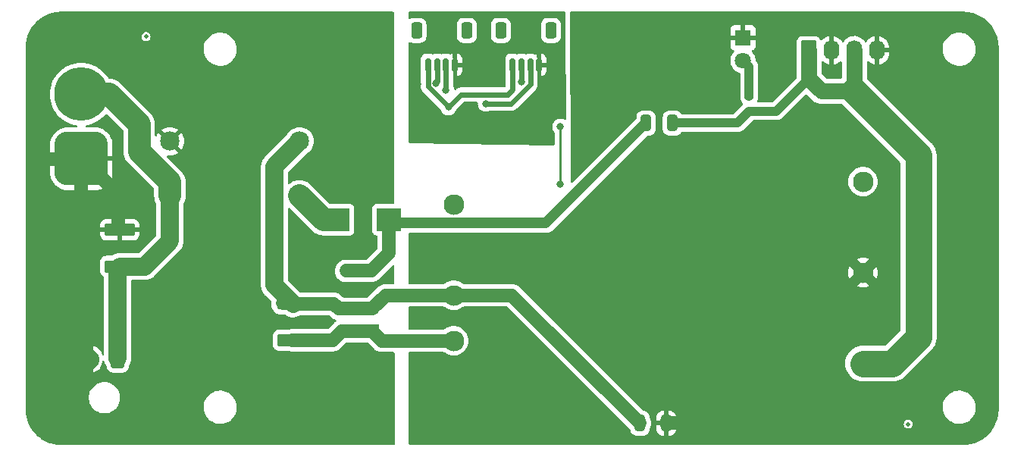
<source format=gbr>
%TF.GenerationSoftware,KiCad,Pcbnew,7.0.7*%
%TF.CreationDate,2024-04-17T16:30:55-07:00*%
%TF.ProjectId,power_board_12V,706f7765-725f-4626-9f61-72645f313256,rev?*%
%TF.SameCoordinates,Original*%
%TF.FileFunction,Copper,L1,Top*%
%TF.FilePolarity,Positive*%
%FSLAX46Y46*%
G04 Gerber Fmt 4.6, Leading zero omitted, Abs format (unit mm)*
G04 Created by KiCad (PCBNEW 7.0.7) date 2024-04-17 16:30:55*
%MOMM*%
%LPD*%
G01*
G04 APERTURE LIST*
G04 Aperture macros list*
%AMRoundRect*
0 Rectangle with rounded corners*
0 $1 Rounding radius*
0 $2 $3 $4 $5 $6 $7 $8 $9 X,Y pos of 4 corners*
0 Add a 4 corners polygon primitive as box body*
4,1,4,$2,$3,$4,$5,$6,$7,$8,$9,$2,$3,0*
0 Add four circle primitives for the rounded corners*
1,1,$1+$1,$2,$3*
1,1,$1+$1,$4,$5*
1,1,$1+$1,$6,$7*
1,1,$1+$1,$8,$9*
0 Add four rect primitives between the rounded corners*
20,1,$1+$1,$2,$3,$4,$5,0*
20,1,$1+$1,$4,$5,$6,$7,0*
20,1,$1+$1,$6,$7,$8,$9,0*
20,1,$1+$1,$8,$9,$2,$3,0*%
G04 Aperture macros list end*
%TA.AperFunction,SMDPad,CuDef*%
%ADD10RoundRect,0.249999X1.450001X-0.450001X1.450001X0.450001X-1.450001X0.450001X-1.450001X-0.450001X0*%
%TD*%
%TA.AperFunction,SMDPad,CuDef*%
%ADD11C,0.500000*%
%TD*%
%TA.AperFunction,ComponentPad*%
%ADD12RoundRect,0.250000X-0.620000X-0.845000X0.620000X-0.845000X0.620000X0.845000X-0.620000X0.845000X0*%
%TD*%
%TA.AperFunction,ComponentPad*%
%ADD13O,1.740000X2.190000*%
%TD*%
%TA.AperFunction,SMDPad,CuDef*%
%ADD14RoundRect,0.150000X0.150000X0.625000X-0.150000X0.625000X-0.150000X-0.625000X0.150000X-0.625000X0*%
%TD*%
%TA.AperFunction,SMDPad,CuDef*%
%ADD15RoundRect,0.250000X0.350000X0.650000X-0.350000X0.650000X-0.350000X-0.650000X0.350000X-0.650000X0*%
%TD*%
%TA.AperFunction,SMDPad,CuDef*%
%ADD16RoundRect,0.250000X-0.325000X-0.650000X0.325000X-0.650000X0.325000X0.650000X-0.325000X0.650000X0*%
%TD*%
%TA.AperFunction,ComponentPad*%
%ADD17RoundRect,0.250001X0.499999X0.759999X-0.499999X0.759999X-0.499999X-0.759999X0.499999X-0.759999X0*%
%TD*%
%TA.AperFunction,ComponentPad*%
%ADD18O,1.500000X2.020000*%
%TD*%
%TA.AperFunction,ComponentPad*%
%ADD19C,2.159000*%
%TD*%
%TA.AperFunction,ComponentPad*%
%ADD20C,2.300000*%
%TD*%
%TA.AperFunction,ComponentPad*%
%ADD21RoundRect,1.500000X1.500000X-1.500000X1.500000X1.500000X-1.500000X1.500000X-1.500000X-1.500000X0*%
%TD*%
%TA.AperFunction,ComponentPad*%
%ADD22C,6.000000*%
%TD*%
%TA.AperFunction,ComponentPad*%
%ADD23R,1.600000X1.600000*%
%TD*%
%TA.AperFunction,ComponentPad*%
%ADD24C,1.600000*%
%TD*%
%TA.AperFunction,SMDPad,CuDef*%
%ADD25R,2.755900X2.500000*%
%TD*%
%TA.AperFunction,SMDPad,CuDef*%
%ADD26RoundRect,0.200000X0.275000X-0.200000X0.275000X0.200000X-0.275000X0.200000X-0.275000X-0.200000X0*%
%TD*%
%TA.AperFunction,ComponentPad*%
%ADD27R,1.800000X1.800000*%
%TD*%
%TA.AperFunction,ComponentPad*%
%ADD28C,1.800000*%
%TD*%
%TA.AperFunction,ViaPad*%
%ADD29C,0.800000*%
%TD*%
%TA.AperFunction,Conductor*%
%ADD30C,2.500000*%
%TD*%
%TA.AperFunction,Conductor*%
%ADD31C,2.000000*%
%TD*%
%TA.AperFunction,Conductor*%
%ADD32C,0.500000*%
%TD*%
%TA.AperFunction,Conductor*%
%ADD33C,0.600000*%
%TD*%
%TA.AperFunction,Conductor*%
%ADD34C,1.500000*%
%TD*%
%TA.AperFunction,Conductor*%
%ADD35C,1.200000*%
%TD*%
%TA.AperFunction,Conductor*%
%ADD36C,1.800000*%
%TD*%
%TA.AperFunction,Conductor*%
%ADD37C,1.000000*%
%TD*%
%TA.AperFunction,Conductor*%
%ADD38C,3.000000*%
%TD*%
%TA.AperFunction,Conductor*%
%ADD39C,0.250000*%
%TD*%
G04 APERTURE END LIST*
D10*
%TO.P,C3,1*%
%TO.N,Net-(PS1-+VIN)*%
X100965000Y-87503000D03*
%TO.P,C3,2*%
%TO.N,Net-(PS1--VIN)*%
X100965000Y-83403000D03*
%TD*%
D11*
%TO.P,FID1,*%
%TO.N,*%
X169722800Y-96875600D03*
%TD*%
D10*
%TO.P,C1,1*%
%TO.N,/+V_BATT*%
X81661000Y-79266000D03*
%TO.P,C1,2*%
%TO.N,/-V_BATT*%
X81661000Y-75166000D03*
%TD*%
D12*
%TO.P,J4,1,Pin_1*%
%TO.N,/+12V*%
X158623000Y-55118000D03*
D13*
%TO.P,J4,2,Pin_2*%
%TO.N,/GND_OUT*%
X161163000Y-55118000D03*
%TO.P,J4,3,Pin_3*%
%TO.N,/+12V*%
X163703000Y-55118000D03*
%TO.P,J4,4,Pin_4*%
%TO.N,/GND_OUT*%
X166243000Y-55118000D03*
%TD*%
D14*
%TO.P,J3,1,Pin_1*%
%TO.N,/Q_GND*%
X128506000Y-56767000D03*
%TO.P,J3,2,Pin_2*%
%TO.N,/3V3*%
X127506000Y-56767000D03*
%TO.P,J3,3,Pin_3*%
%TO.N,/SDA*%
X126506000Y-56767000D03*
%TO.P,J3,4,Pin_4*%
%TO.N,/SCL*%
X125506000Y-56767000D03*
D15*
%TO.P,J3,MP*%
%TO.N,N/C*%
X129806000Y-52892000D03*
X124206000Y-52892000D03*
%TD*%
D14*
%TO.P,J2,1,Pin_1*%
%TO.N,/Q_GND*%
X119096000Y-56767000D03*
%TO.P,J2,2,Pin_2*%
%TO.N,/3V3*%
X118096000Y-56767000D03*
%TO.P,J2,3,Pin_3*%
%TO.N,/SDA*%
X117096000Y-56767000D03*
%TO.P,J2,4,Pin_4*%
%TO.N,/SCL*%
X116096000Y-56767000D03*
D15*
%TO.P,J2,MP*%
%TO.N,N/C*%
X120396000Y-52892000D03*
X114796000Y-52892000D03*
%TD*%
D16*
%TO.P,C5,1*%
%TO.N,Net-(PS1-+VIN)*%
X140433000Y-63246000D03*
%TO.P,C5,2*%
%TO.N,/+12V*%
X143383000Y-63246000D03*
%TD*%
D17*
%TO.P,J1,1,Pin_1*%
%TO.N,/+V_BATT*%
X81432400Y-89611200D03*
D18*
%TO.P,J1,2,Pin_2*%
%TO.N,/-V_BATT*%
X78432400Y-89611200D03*
%TD*%
D19*
%TO.P,L1,1,1*%
%TO.N,/+V_BATT*%
X87249000Y-71378003D03*
%TO.P,L1,2,2*%
%TO.N,Net-(L1-Pad2)*%
X101748997Y-71378003D03*
%TO.P,L1,3,3*%
%TO.N,Net-(PS1--VIN)*%
X101748997Y-65278000D03*
%TO.P,L1,4,4*%
%TO.N,/-V_BATT*%
X87249000Y-65278000D03*
%TD*%
D20*
%TO.P,PS1,1,+VIN*%
%TO.N,Net-(PS1-+VIN)*%
X118953000Y-87565000D03*
%TO.P,PS1,2,-VIN*%
%TO.N,Net-(PS1--VIN)*%
X118953000Y-82485000D03*
%TO.P,PS1,3,REMOTE_ON/OFF*%
%TO.N,unconnected-(PS1-REMOTE_ON{slash}OFF-Pad3)*%
X118953000Y-72325000D03*
%TO.P,PS1,4,+VOUT*%
%TO.N,/+12V*%
X164673000Y-90105000D03*
%TO.P,PS1,5,-VOUT*%
%TO.N,/GND_OUT*%
X164673000Y-79945000D03*
%TO.P,PS1,6,TRIM*%
%TO.N,unconnected-(PS1-TRIM-Pad6)*%
X164673000Y-69785000D03*
%TD*%
D16*
%TO.P,C6,1*%
%TO.N,Net-(PS1--VIN)*%
X139749000Y-96774000D03*
%TO.P,C6,2*%
%TO.N,/GND_OUT*%
X142699000Y-96774000D03*
%TD*%
D21*
%TO.P,J5,1,Pin_1*%
%TO.N,/-V_BATT*%
X77343000Y-67227000D03*
D22*
%TO.P,J5,2,Pin_2*%
%TO.N,/+V_BATT*%
X77343000Y-60027000D03*
%TD*%
D23*
%TO.P,C4,1*%
%TO.N,Net-(PS1-+VIN)*%
X109855000Y-86487000D03*
D24*
%TO.P,C4,2*%
%TO.N,Net-(PS1--VIN)*%
X109855000Y-83987000D03*
%TD*%
D25*
%TO.P,L2,1,1*%
%TO.N,Net-(L1-Pad2)*%
X105962450Y-74041000D03*
%TO.P,L2,2,2*%
%TO.N,Net-(PS1-+VIN)*%
X111715550Y-74041000D03*
%TD*%
D26*
%TO.P,R4,1*%
%TO.N,/+12V*%
X151956000Y-61912000D03*
%TO.P,R4,2*%
%TO.N,Net-(D1-A)*%
X151956000Y-60262000D03*
%TD*%
D27*
%TO.P,D1,1,K*%
%TO.N,/GND_OUT*%
X151257000Y-53721000D03*
D28*
%TO.P,D1,2,A*%
%TO.N,Net-(D1-A)*%
X151257000Y-56261000D03*
%TD*%
D11*
%TO.P,FID2,*%
%TO.N,*%
X84582000Y-53594000D03*
%TD*%
D29*
%TO.N,/-V_BATT*%
X95828400Y-74441600D03*
X92828400Y-74441600D03*
X95828400Y-71441600D03*
X104902000Y-59436000D03*
X107828400Y-65441600D03*
X107828400Y-62441600D03*
X95828400Y-62441600D03*
X92828400Y-62441600D03*
X89828400Y-62441600D03*
X95828400Y-65441600D03*
X92828400Y-65441600D03*
%TO.N,/SDA*%
X126492000Y-58674000D03*
X116992400Y-58775600D03*
%TO.N,/SCL*%
X118364000Y-61468000D03*
%TO.N,/Q_GND*%
X130403600Y-60096400D03*
X114808000Y-60807600D03*
X122200800Y-52222400D03*
X122174000Y-54610000D03*
X122174000Y-56769000D03*
X128524000Y-60071000D03*
X130403600Y-58775600D03*
X114909600Y-58877200D03*
X128905000Y-58801000D03*
%TO.N,/-V_BATT*%
X95828400Y-86441600D03*
X89828400Y-65441600D03*
X89828400Y-89441600D03*
X86828400Y-86441600D03*
X89828400Y-86441600D03*
X86828400Y-56441600D03*
X89828400Y-83441600D03*
X110828400Y-65441600D03*
X101828400Y-53441600D03*
X74828400Y-83441600D03*
X77828400Y-74441600D03*
X74828400Y-77441600D03*
X98348800Y-91490800D03*
X92828400Y-68441600D03*
X101828400Y-56441600D03*
X92828400Y-86441600D03*
X86828400Y-83441600D03*
X107828400Y-53441600D03*
X86828400Y-80441600D03*
X92828400Y-80441600D03*
X104828400Y-53441600D03*
X92828400Y-89441600D03*
X74828400Y-80441600D03*
X86828400Y-95441600D03*
X77828400Y-80441600D03*
X95828400Y-68441600D03*
X74828400Y-74441600D03*
X107828400Y-56441600D03*
X92828400Y-83441600D03*
X110348800Y-91490800D03*
X110828400Y-53441600D03*
X107828400Y-59441600D03*
X89828400Y-80441600D03*
X107348800Y-91490800D03*
X86828400Y-92441600D03*
X110828400Y-56441600D03*
X92828400Y-71441600D03*
X83828400Y-56441600D03*
X95828400Y-89441600D03*
X95828400Y-83441600D03*
X101348800Y-91490800D03*
X101828400Y-80441600D03*
X104348800Y-91490800D03*
X77828400Y-83441600D03*
X86828400Y-89441600D03*
X98828400Y-56441600D03*
X110828400Y-62441600D03*
X86828400Y-53441600D03*
X98828400Y-53441600D03*
X104828400Y-56441600D03*
X77828400Y-77441600D03*
X110828400Y-59441600D03*
%TO.N,/3V3*%
X118096000Y-59551600D03*
X122555000Y-61087000D03*
%TO.N,Net-(PS1-+VIN)*%
X106934000Y-79756000D03*
X104648000Y-87503000D03*
%TO.N,/GND_OUT*%
X146608800Y-89478400D03*
X129037600Y-94442800D03*
X152608800Y-83478400D03*
X142922800Y-86114400D03*
X146608800Y-86478400D03*
X152608800Y-74478400D03*
X177904400Y-79214000D03*
X145807200Y-52273200D03*
X145807200Y-55273200D03*
X139922800Y-86114400D03*
X155608800Y-89478400D03*
X155608800Y-86478400D03*
X161812000Y-96774000D03*
X144526000Y-96774000D03*
X139807200Y-55273200D03*
X136807200Y-52273200D03*
X149608800Y-68478400D03*
X174904400Y-61214000D03*
X152608800Y-68478400D03*
X158608800Y-74478400D03*
X174904400Y-85214000D03*
X149812000Y-96774000D03*
X145807200Y-58273200D03*
X174904400Y-76214000D03*
X161608800Y-83478400D03*
X177904400Y-73214000D03*
X152501600Y-64770000D03*
X142807200Y-52273200D03*
X177904400Y-67214000D03*
X146608800Y-68478400D03*
X136922800Y-83114400D03*
X158812000Y-96774000D03*
X174904400Y-70214000D03*
X118922800Y-77114400D03*
X177904400Y-70214000D03*
X133922800Y-86114400D03*
X161608800Y-80478400D03*
X124922800Y-77114400D03*
X139922800Y-83114400D03*
X130922800Y-83114400D03*
X152608800Y-80478400D03*
X161137600Y-57404000D03*
X129037600Y-97442800D03*
X174904400Y-64214000D03*
X149608800Y-83478400D03*
X121922800Y-77114400D03*
X155812000Y-96774000D03*
X146608800Y-83478400D03*
X177904400Y-64214000D03*
X174904400Y-82214000D03*
X174904400Y-73214000D03*
X158608800Y-83478400D03*
X174904400Y-88214000D03*
X146608800Y-74478400D03*
X126037600Y-88442800D03*
X152608800Y-86478400D03*
X174904400Y-79214000D03*
X136807200Y-58273200D03*
X149608800Y-80478400D03*
X142922800Y-83114400D03*
X155608800Y-74478400D03*
X158608800Y-77478400D03*
X133922800Y-83114400D03*
X127922800Y-77114400D03*
X130922800Y-80114400D03*
X177904400Y-88214000D03*
X161608800Y-89478400D03*
X149608800Y-86478400D03*
X136922800Y-89114400D03*
X127922800Y-80114400D03*
X149608800Y-77478400D03*
X177904400Y-76214000D03*
X161608800Y-77478400D03*
X161608800Y-68478400D03*
X146608800Y-71478400D03*
X126037600Y-94442800D03*
X158608800Y-68478400D03*
X152812000Y-96774000D03*
X142807200Y-58273200D03*
X158501600Y-64770000D03*
X146608800Y-80478400D03*
X123037600Y-94442800D03*
X136922800Y-86114400D03*
X155608800Y-68478400D03*
X155501600Y-64770000D03*
X149608800Y-89478400D03*
X149608800Y-71478400D03*
X121922800Y-80114400D03*
X152608800Y-71478400D03*
X158608800Y-80478400D03*
X139807200Y-52273200D03*
X149608800Y-74478400D03*
X155608800Y-80478400D03*
X161608800Y-74478400D03*
X146812000Y-96774000D03*
X174904400Y-67214000D03*
X161501600Y-64770000D03*
X158608800Y-89478400D03*
X123037600Y-91442800D03*
X118922800Y-80114400D03*
X152608800Y-77478400D03*
X155608800Y-71478400D03*
X123037600Y-88442800D03*
X158608800Y-86478400D03*
X161608800Y-86478400D03*
X152608800Y-89478400D03*
X155608800Y-83478400D03*
X139922800Y-89114400D03*
X136807200Y-55273200D03*
X177904400Y-85214000D03*
X161608800Y-71478400D03*
X123037600Y-97442800D03*
X142922800Y-89114400D03*
X126037600Y-91442800D03*
X158608800Y-71478400D03*
X177904400Y-61214000D03*
X126037600Y-97442800D03*
X139807200Y-58273200D03*
X129037600Y-91442800D03*
X146608800Y-77478400D03*
X155608800Y-77478400D03*
X142807200Y-55273200D03*
X177904400Y-82214000D03*
X124922800Y-80114400D03*
X136807200Y-61273200D03*
%TO.N,Net-(U1-SDA)*%
X130860800Y-63652400D03*
X130860800Y-70053200D03*
%TD*%
D30*
%TO.N,/+V_BATT*%
X87249000Y-71378003D02*
X87249000Y-69850000D01*
X83820000Y-63373000D02*
X80474000Y-60027000D01*
X87249000Y-69850000D02*
X83820000Y-66421000D01*
X83820000Y-66421000D02*
X83820000Y-63373000D01*
X80474000Y-60027000D02*
X77343000Y-60027000D01*
D31*
X84437000Y-79266000D02*
X87249000Y-76454000D01*
X87249000Y-76454000D02*
X87249000Y-71378003D01*
%TO.N,Net-(PS1--VIN)*%
X101001000Y-83439000D02*
X98933000Y-81371000D01*
X98933000Y-81371000D02*
X98933000Y-68093997D01*
X98933000Y-68093997D02*
X101748997Y-65278000D01*
D30*
%TO.N,Net-(L1-Pad2)*%
X105962450Y-74041000D02*
X104411994Y-74041000D01*
X104411994Y-74041000D02*
X101748997Y-71378003D01*
D32*
%TO.N,/SDA*%
X116992400Y-58775600D02*
X116992400Y-58674000D01*
D33*
X117096000Y-58570400D02*
X117096000Y-56767000D01*
D32*
X116992400Y-58674000D02*
X117096000Y-58570400D01*
D33*
X126506000Y-58660000D02*
X126492000Y-58674000D01*
X126506000Y-56767000D02*
X126506000Y-58660000D01*
D32*
%TO.N,/SCL*%
X116078000Y-56785000D02*
X116096000Y-56767000D01*
D33*
X118364000Y-61468000D02*
X119761000Y-60071000D01*
X118364000Y-61468000D02*
X116078000Y-59182000D01*
X119761000Y-60071000D02*
X124968000Y-60071000D01*
X124968000Y-60071000D02*
X125506000Y-59533000D01*
X116078000Y-59182000D02*
X116078000Y-56785000D01*
X125506000Y-59533000D02*
X125506000Y-56767000D01*
D32*
%TO.N,/Q_GND*%
X128524000Y-56785000D02*
X128506000Y-56767000D01*
D33*
X119098000Y-56769000D02*
X119096000Y-56767000D01*
D34*
%TO.N,/+V_BATT*%
X81661000Y-79266000D02*
X81407000Y-79520000D01*
D35*
X81407000Y-79266000D02*
X81425000Y-79248000D01*
D31*
X81407000Y-79520000D02*
X81407000Y-89585800D01*
D35*
X81425000Y-79284000D02*
X81407000Y-79266000D01*
D31*
X81661000Y-79266000D02*
X84437000Y-79266000D01*
D34*
X81407000Y-89585800D02*
X81432400Y-89611200D01*
%TO.N,/-V_BATT*%
X77343000Y-67227000D02*
X77264000Y-67306000D01*
X77343000Y-67227000D02*
X77310800Y-67259200D01*
X78432400Y-89611200D02*
X78432400Y-89715600D01*
X81483200Y-74988200D02*
X81661000Y-75166000D01*
D36*
X78432400Y-89715600D02*
X77012800Y-91135200D01*
D34*
X77488600Y-67227000D02*
X81483200Y-71221600D01*
X81483200Y-71221600D02*
X81483200Y-74988200D01*
X77343000Y-67227000D02*
X77343000Y-73956200D01*
X77343000Y-73956200D02*
X77828400Y-74441600D01*
X77310800Y-67259200D02*
X72186800Y-67259200D01*
X77343000Y-67227000D02*
X77488600Y-67227000D01*
D36*
X78432400Y-89557600D02*
X76301600Y-87426800D01*
D33*
%TO.N,/3V3*%
X125351793Y-61087000D02*
X127506000Y-58932793D01*
X122555000Y-61087000D02*
X125351793Y-61087000D01*
X127506000Y-58932793D02*
X127506000Y-56767000D01*
X118096000Y-59551600D02*
X118096000Y-56767000D01*
D34*
%TO.N,Net-(PS1-+VIN)*%
X106426000Y-86487000D02*
X105410000Y-87503000D01*
X111715550Y-77768450D02*
X111715550Y-74041000D01*
X111715550Y-74041000D02*
X111949550Y-74275000D01*
X104648000Y-87503000D02*
X100965000Y-87503000D01*
X110933000Y-87565000D02*
X109855000Y-86487000D01*
X106934000Y-79756000D02*
X109728000Y-79756000D01*
X118953000Y-87565000D02*
X110933000Y-87565000D01*
X105410000Y-87503000D02*
X104648000Y-87503000D01*
X109728000Y-79756000D02*
X111715550Y-77768450D01*
D35*
X140433000Y-63246000D02*
X129257000Y-74422000D01*
D34*
X109855000Y-86487000D02*
X106426000Y-86487000D01*
D35*
X112096550Y-74422000D02*
X111715550Y-74041000D01*
X129257000Y-74422000D02*
X112096550Y-74422000D01*
D34*
%TO.N,Net-(PS1--VIN)*%
X118953000Y-82485000D02*
X111357000Y-82485000D01*
X109855000Y-83987000D02*
X106085000Y-83987000D01*
X105537000Y-83439000D02*
X101001000Y-83439000D01*
X106085000Y-83987000D02*
X105537000Y-83439000D01*
X125460000Y-82485000D02*
X139749000Y-96774000D01*
X100965000Y-83403000D02*
X99917004Y-83403000D01*
X118953000Y-82485000D02*
X125460000Y-82485000D01*
D35*
X100965000Y-83403000D02*
X99659000Y-83403000D01*
D34*
X111357000Y-82485000D02*
X109855000Y-83987000D01*
D35*
X101001000Y-83439000D02*
X100965000Y-83403000D01*
D37*
%TO.N,/+12V*%
X150622000Y-63246000D02*
X151956000Y-61912000D01*
D38*
X167959000Y-90105000D02*
X170891200Y-87172800D01*
D36*
X163703000Y-59690000D02*
X160020000Y-59690000D01*
D38*
X170891200Y-87172800D02*
X170891200Y-66878200D01*
D36*
X160020000Y-59690000D02*
X158623000Y-58293000D01*
D38*
X164673000Y-90105000D02*
X167959000Y-90105000D01*
D37*
X155004000Y-61912000D02*
X158623000Y-58293000D01*
X151956000Y-61912000D02*
X155004000Y-61912000D01*
D36*
X158623000Y-58293000D02*
X158623000Y-55118000D01*
X163703000Y-59690000D02*
X163703000Y-55118000D01*
D38*
X170891200Y-66878200D02*
X163703000Y-59690000D01*
D37*
X143383000Y-63246000D02*
X150622000Y-63246000D01*
D35*
%TO.N,/GND_OUT*%
X163084000Y-81534000D02*
X162433000Y-81534000D01*
X164673000Y-79945000D02*
X165933500Y-78684500D01*
X164673000Y-79945000D02*
X166370000Y-81642000D01*
X163084000Y-81534000D02*
X164673000Y-79945000D01*
D34*
X142699000Y-96774000D02*
X144526000Y-96774000D01*
D35*
X166497000Y-78121000D02*
X166497000Y-78105000D01*
X164673000Y-79945000D02*
X162960000Y-78232000D01*
X162960000Y-78232000D02*
X162814000Y-78232000D01*
X166370000Y-81642000D02*
X166370000Y-81661000D01*
D37*
%TO.N,Net-(D1-A)*%
X151956000Y-60262000D02*
X151956000Y-56960000D01*
X151956000Y-56960000D02*
X151257000Y-56261000D01*
D39*
%TO.N,Net-(U1-SDA)*%
X130860800Y-70053200D02*
X130860800Y-63703200D01*
%TD*%
%TA.AperFunction,Conductor*%
%TO.N,/Q_GND*%
G36*
X131389462Y-50820185D02*
G01*
X131435217Y-50872989D01*
X131446422Y-50923956D01*
X131446436Y-50927255D01*
X131446436Y-50927259D01*
X131451255Y-52025933D01*
X131454766Y-52826500D01*
X131498331Y-62759626D01*
X131478940Y-62826751D01*
X131426338Y-62872737D01*
X131357223Y-62882984D01*
X131319806Y-62870127D01*
X131319466Y-62870892D01*
X131140607Y-62791257D01*
X131140602Y-62791255D01*
X130991794Y-62759626D01*
X130955446Y-62751900D01*
X130766154Y-62751900D01*
X130733697Y-62758798D01*
X130580997Y-62791255D01*
X130580992Y-62791257D01*
X130408070Y-62868248D01*
X130408065Y-62868251D01*
X130254929Y-62979511D01*
X130128266Y-63120185D01*
X130033621Y-63284115D01*
X130033618Y-63284122D01*
X129975127Y-63464140D01*
X129975126Y-63464144D01*
X129962571Y-63583597D01*
X129955572Y-63650197D01*
X129955340Y-63652400D01*
X129975126Y-63840656D01*
X129975127Y-63840659D01*
X130033618Y-64020677D01*
X130033621Y-64020684D01*
X130128267Y-64184616D01*
X130171572Y-64232710D01*
X130203450Y-64268115D01*
X130233680Y-64331106D01*
X130235300Y-64351087D01*
X130235300Y-65593817D01*
X130215615Y-65660856D01*
X130162811Y-65706611D01*
X130109875Y-65717809D01*
X114066590Y-65533404D01*
X113999781Y-65512950D01*
X113954636Y-65459624D01*
X113944016Y-65409805D01*
X113924776Y-59272191D01*
X115277500Y-59272191D01*
X115277501Y-59272200D01*
X115286791Y-59312908D01*
X115287955Y-59319763D01*
X115292632Y-59361259D01*
X115306420Y-59400662D01*
X115308345Y-59407345D01*
X115317639Y-59448061D01*
X115335759Y-59485688D01*
X115338421Y-59492114D01*
X115352212Y-59531525D01*
X115374422Y-59566872D01*
X115377787Y-59572959D01*
X115395910Y-59610589D01*
X115421940Y-59643229D01*
X115425966Y-59648904D01*
X115448181Y-59684258D01*
X115448184Y-59684262D01*
X115480173Y-59716252D01*
X115480174Y-59716252D01*
X115497612Y-59733691D01*
X115497615Y-59733693D01*
X117485262Y-61721340D01*
X117515512Y-61770703D01*
X117536818Y-61836277D01*
X117536821Y-61836284D01*
X117631467Y-62000216D01*
X117758129Y-62140887D01*
X117758129Y-62140888D01*
X117911265Y-62252148D01*
X117911270Y-62252151D01*
X118084192Y-62329142D01*
X118084197Y-62329144D01*
X118269354Y-62368500D01*
X118269355Y-62368500D01*
X118458644Y-62368500D01*
X118458646Y-62368500D01*
X118643803Y-62329144D01*
X118816730Y-62252151D01*
X118969871Y-62140888D01*
X119096533Y-62000216D01*
X119155420Y-61898221D01*
X119191177Y-61836288D01*
X119191177Y-61836286D01*
X119191179Y-61836284D01*
X119212488Y-61770700D01*
X119242734Y-61721342D01*
X120056258Y-60907819D01*
X120117582Y-60874334D01*
X120143940Y-60871500D01*
X121534474Y-60871500D01*
X121601513Y-60891185D01*
X121647268Y-60943989D01*
X121657794Y-61008459D01*
X121649540Y-61087000D01*
X121669326Y-61275256D01*
X121669327Y-61275259D01*
X121727818Y-61455277D01*
X121727821Y-61455284D01*
X121822467Y-61619216D01*
X121865323Y-61666812D01*
X121949129Y-61759888D01*
X122102265Y-61871148D01*
X122102270Y-61871151D01*
X122275192Y-61948142D01*
X122275197Y-61948144D01*
X122460354Y-61987500D01*
X122460355Y-61987500D01*
X122649644Y-61987500D01*
X122649646Y-61987500D01*
X122834803Y-61948144D01*
X122946930Y-61898221D01*
X122997367Y-61887500D01*
X125441987Y-61887500D01*
X125482696Y-61878208D01*
X125489553Y-61877043D01*
X125531048Y-61872368D01*
X125570473Y-61858571D01*
X125577114Y-61856658D01*
X125617854Y-61847360D01*
X125655486Y-61829236D01*
X125661898Y-61826580D01*
X125701315Y-61812789D01*
X125736682Y-61790565D01*
X125742754Y-61787209D01*
X125780380Y-61769091D01*
X125813029Y-61743052D01*
X125818688Y-61739037D01*
X125854055Y-61716816D01*
X125981609Y-61589262D01*
X125981608Y-61589261D01*
X128103826Y-59467045D01*
X128140077Y-59430794D01*
X128142627Y-59424214D01*
X128158041Y-59399683D01*
X128162045Y-59394040D01*
X128188092Y-59361379D01*
X128206213Y-59323748D01*
X128209570Y-59317674D01*
X128231789Y-59282315D01*
X128245581Y-59242900D01*
X128248244Y-59236472D01*
X128266360Y-59198854D01*
X128275658Y-59158114D01*
X128277571Y-59151473D01*
X128291368Y-59112048D01*
X128296043Y-59070553D01*
X128297208Y-59063698D01*
X128298726Y-59057042D01*
X128306500Y-59022987D01*
X128306500Y-58842599D01*
X128306500Y-57017000D01*
X128756000Y-57017000D01*
X128756000Y-58039295D01*
X128756001Y-58039295D01*
X128758486Y-58039100D01*
X128916198Y-57993281D01*
X129057552Y-57909685D01*
X129057561Y-57909678D01*
X129173678Y-57793561D01*
X129173685Y-57793552D01*
X129257282Y-57652196D01*
X129257283Y-57652193D01*
X129303099Y-57494495D01*
X129303100Y-57494489D01*
X129306000Y-57457644D01*
X129306000Y-57017000D01*
X128756000Y-57017000D01*
X128306500Y-57017000D01*
X128306500Y-56722046D01*
X128306500Y-56076306D01*
X128303598Y-56039431D01*
X128260922Y-55892542D01*
X128255999Y-55857950D01*
X128255999Y-55494703D01*
X128756000Y-55494703D01*
X128756000Y-56517000D01*
X129305999Y-56517000D01*
X129306000Y-56076356D01*
X129303100Y-56039510D01*
X129303099Y-56039504D01*
X129257283Y-55881806D01*
X129257282Y-55881803D01*
X129173685Y-55740447D01*
X129173678Y-55740438D01*
X129057561Y-55624321D01*
X129057552Y-55624314D01*
X128916196Y-55540717D01*
X128916193Y-55540716D01*
X128758494Y-55494900D01*
X128758497Y-55494900D01*
X128756000Y-55494703D01*
X128255999Y-55494703D01*
X128253504Y-55494900D01*
X128095806Y-55540716D01*
X128095798Y-55540719D01*
X128069608Y-55556208D01*
X128001884Y-55573388D01*
X127943371Y-55556207D01*
X127916398Y-55540256D01*
X127916393Y-55540254D01*
X127758573Y-55494402D01*
X127758567Y-55494401D01*
X127721696Y-55491500D01*
X127721694Y-55491500D01*
X127290306Y-55491500D01*
X127290304Y-55491500D01*
X127253432Y-55494401D01*
X127253426Y-55494402D01*
X127095606Y-55540253D01*
X127073847Y-55553121D01*
X127069121Y-55555917D01*
X127069119Y-55555918D01*
X127001394Y-55573098D01*
X126942881Y-55555918D01*
X126942879Y-55555917D01*
X126916398Y-55540256D01*
X126916393Y-55540253D01*
X126758573Y-55494402D01*
X126758567Y-55494401D01*
X126721696Y-55491500D01*
X126721694Y-55491500D01*
X126290306Y-55491500D01*
X126290304Y-55491500D01*
X126253432Y-55494401D01*
X126253426Y-55494402D01*
X126095606Y-55540254D01*
X126095599Y-55540257D01*
X126069116Y-55555918D01*
X126001392Y-55573098D01*
X125942880Y-55555917D01*
X125916398Y-55540256D01*
X125916396Y-55540255D01*
X125916394Y-55540254D01*
X125758573Y-55494402D01*
X125758567Y-55494401D01*
X125721696Y-55491500D01*
X125721694Y-55491500D01*
X125290306Y-55491500D01*
X125290304Y-55491500D01*
X125253432Y-55494401D01*
X125253426Y-55494402D01*
X125095606Y-55540254D01*
X125095603Y-55540255D01*
X124954137Y-55623917D01*
X124954129Y-55623923D01*
X124837923Y-55740129D01*
X124837917Y-55740137D01*
X124754255Y-55881603D01*
X124754254Y-55881606D01*
X124708402Y-56039426D01*
X124708401Y-56039432D01*
X124706515Y-56063408D01*
X124705500Y-56076306D01*
X124705500Y-56420462D01*
X124705499Y-56773399D01*
X124705500Y-56773409D01*
X124705500Y-59146500D01*
X124685815Y-59213539D01*
X124633011Y-59259294D01*
X124581500Y-59270500D01*
X119851194Y-59270500D01*
X119670805Y-59270500D01*
X119670803Y-59270500D01*
X119670797Y-59270501D01*
X119630098Y-59279790D01*
X119623242Y-59280955D01*
X119581743Y-59285632D01*
X119542328Y-59299423D01*
X119535646Y-59301348D01*
X119494940Y-59310640D01*
X119457326Y-59328753D01*
X119450901Y-59331414D01*
X119411482Y-59345209D01*
X119411474Y-59345213D01*
X119376117Y-59367428D01*
X119370032Y-59370791D01*
X119332413Y-59388908D01*
X119299768Y-59414941D01*
X119294096Y-59418965D01*
X119258741Y-59441180D01*
X119258735Y-59441185D01*
X119199250Y-59500666D01*
X119137925Y-59534148D01*
X119068234Y-59529161D01*
X119012302Y-59487287D01*
X118988253Y-59425944D01*
X118981674Y-59363344D01*
X118923179Y-59183316D01*
X118923178Y-59183315D01*
X118923178Y-59183313D01*
X118913112Y-59165877D01*
X118896500Y-59103879D01*
X118896500Y-57017000D01*
X119346000Y-57017000D01*
X119346000Y-58039295D01*
X119346001Y-58039295D01*
X119348486Y-58039100D01*
X119506198Y-57993281D01*
X119647552Y-57909685D01*
X119647561Y-57909678D01*
X119763678Y-57793561D01*
X119763685Y-57793552D01*
X119847282Y-57652196D01*
X119847283Y-57652193D01*
X119893099Y-57494495D01*
X119893100Y-57494489D01*
X119896000Y-57457644D01*
X119896000Y-57017000D01*
X119346000Y-57017000D01*
X118896500Y-57017000D01*
X118896500Y-56076304D01*
X118893598Y-56039432D01*
X118893597Y-56039426D01*
X118850924Y-55892545D01*
X118846000Y-55857950D01*
X118846000Y-55494703D01*
X119345999Y-55494703D01*
X119346000Y-56517000D01*
X119896000Y-56517000D01*
X119896000Y-56076356D01*
X119893100Y-56039510D01*
X119893099Y-56039504D01*
X119847283Y-55881806D01*
X119847282Y-55881803D01*
X119763685Y-55740447D01*
X119763678Y-55740438D01*
X119647561Y-55624321D01*
X119647552Y-55624314D01*
X119506196Y-55540717D01*
X119506193Y-55540716D01*
X119348494Y-55494900D01*
X119348497Y-55494900D01*
X119345999Y-55494703D01*
X118846000Y-55494703D01*
X118843504Y-55494900D01*
X118685806Y-55540716D01*
X118685798Y-55540719D01*
X118659608Y-55556208D01*
X118591884Y-55573388D01*
X118533371Y-55556207D01*
X118506398Y-55540256D01*
X118506393Y-55540254D01*
X118348573Y-55494402D01*
X118348567Y-55494401D01*
X118311696Y-55491500D01*
X118311694Y-55491500D01*
X117880306Y-55491500D01*
X117880304Y-55491500D01*
X117843432Y-55494401D01*
X117843426Y-55494402D01*
X117685606Y-55540253D01*
X117663847Y-55553121D01*
X117659121Y-55555917D01*
X117659119Y-55555918D01*
X117591394Y-55573098D01*
X117532881Y-55555918D01*
X117532879Y-55555917D01*
X117506398Y-55540256D01*
X117506393Y-55540253D01*
X117348573Y-55494402D01*
X117348567Y-55494401D01*
X117311696Y-55491500D01*
X117311694Y-55491500D01*
X116880306Y-55491500D01*
X116880304Y-55491500D01*
X116843432Y-55494401D01*
X116843426Y-55494402D01*
X116685606Y-55540253D01*
X116663847Y-55553121D01*
X116659121Y-55555917D01*
X116659119Y-55555918D01*
X116591394Y-55573098D01*
X116532881Y-55555918D01*
X116532879Y-55555917D01*
X116506398Y-55540256D01*
X116506393Y-55540253D01*
X116348573Y-55494402D01*
X116348567Y-55494401D01*
X116311696Y-55491500D01*
X116311694Y-55491500D01*
X115880306Y-55491500D01*
X115880304Y-55491500D01*
X115843432Y-55494401D01*
X115843426Y-55494402D01*
X115685606Y-55540254D01*
X115685603Y-55540255D01*
X115544137Y-55623917D01*
X115544129Y-55623923D01*
X115427923Y-55740129D01*
X115427917Y-55740137D01*
X115344255Y-55881603D01*
X115344254Y-55881606D01*
X115298402Y-56039426D01*
X115298401Y-56039432D01*
X115295500Y-56076304D01*
X115295500Y-56579207D01*
X115293291Y-56598811D01*
X115293411Y-56598825D01*
X115277500Y-56740039D01*
X115277500Y-59272191D01*
X113924776Y-59272191D01*
X113909237Y-54315259D01*
X113928710Y-54248164D01*
X113981370Y-54202244D01*
X114050497Y-54192083D01*
X114098329Y-54209336D01*
X114126666Y-54226814D01*
X114293203Y-54281999D01*
X114395991Y-54292500D01*
X115196008Y-54292499D01*
X115196016Y-54292498D01*
X115196019Y-54292498D01*
X115252302Y-54286748D01*
X115298797Y-54281999D01*
X115465334Y-54226814D01*
X115614656Y-54134712D01*
X115738712Y-54010656D01*
X115830814Y-53861334D01*
X115885999Y-53694797D01*
X115896500Y-53592009D01*
X115896500Y-53592001D01*
X119295500Y-53592001D01*
X119295501Y-53592018D01*
X119306000Y-53694796D01*
X119306001Y-53694799D01*
X119332549Y-53774914D01*
X119361186Y-53861334D01*
X119453288Y-54010656D01*
X119577344Y-54134712D01*
X119726666Y-54226814D01*
X119893203Y-54281999D01*
X119995991Y-54292500D01*
X120796008Y-54292499D01*
X120796016Y-54292498D01*
X120796019Y-54292498D01*
X120852302Y-54286748D01*
X120898797Y-54281999D01*
X121065334Y-54226814D01*
X121214656Y-54134712D01*
X121338712Y-54010656D01*
X121430814Y-53861334D01*
X121485999Y-53694797D01*
X121496500Y-53592009D01*
X121496500Y-53592001D01*
X123105500Y-53592001D01*
X123105501Y-53592018D01*
X123116000Y-53694796D01*
X123116001Y-53694799D01*
X123142549Y-53774914D01*
X123171186Y-53861334D01*
X123263288Y-54010656D01*
X123387344Y-54134712D01*
X123536666Y-54226814D01*
X123703203Y-54281999D01*
X123805991Y-54292500D01*
X124606008Y-54292499D01*
X124606016Y-54292498D01*
X124606019Y-54292498D01*
X124662302Y-54286748D01*
X124708797Y-54281999D01*
X124875334Y-54226814D01*
X125024656Y-54134712D01*
X125148712Y-54010656D01*
X125240814Y-53861334D01*
X125295999Y-53694797D01*
X125306500Y-53592009D01*
X125306500Y-53592001D01*
X128705500Y-53592001D01*
X128705501Y-53592018D01*
X128716000Y-53694796D01*
X128716001Y-53694799D01*
X128742549Y-53774914D01*
X128771186Y-53861334D01*
X128863288Y-54010656D01*
X128987344Y-54134712D01*
X129136666Y-54226814D01*
X129303203Y-54281999D01*
X129405991Y-54292500D01*
X130206008Y-54292499D01*
X130206016Y-54292498D01*
X130206019Y-54292498D01*
X130262302Y-54286748D01*
X130308797Y-54281999D01*
X130475334Y-54226814D01*
X130624656Y-54134712D01*
X130748712Y-54010656D01*
X130840814Y-53861334D01*
X130895999Y-53694797D01*
X130906500Y-53592009D01*
X130906499Y-52191992D01*
X130895999Y-52089203D01*
X130840814Y-51922666D01*
X130748712Y-51773344D01*
X130624656Y-51649288D01*
X130512571Y-51580154D01*
X130475336Y-51557187D01*
X130475331Y-51557185D01*
X130440300Y-51545577D01*
X130308797Y-51502001D01*
X130308795Y-51502000D01*
X130206010Y-51491500D01*
X129405998Y-51491500D01*
X129405980Y-51491501D01*
X129303203Y-51502000D01*
X129303200Y-51502001D01*
X129136668Y-51557185D01*
X129136663Y-51557187D01*
X128987342Y-51649289D01*
X128863289Y-51773342D01*
X128771187Y-51922663D01*
X128771185Y-51922666D01*
X128771186Y-51922666D01*
X128716001Y-52089203D01*
X128716001Y-52089204D01*
X128716000Y-52089204D01*
X128705500Y-52191983D01*
X128705500Y-53592001D01*
X125306500Y-53592001D01*
X125306499Y-52191992D01*
X125295999Y-52089203D01*
X125240814Y-51922666D01*
X125148712Y-51773344D01*
X125024656Y-51649288D01*
X124912571Y-51580154D01*
X124875336Y-51557187D01*
X124875331Y-51557185D01*
X124840300Y-51545577D01*
X124708797Y-51502001D01*
X124708795Y-51502000D01*
X124606010Y-51491500D01*
X123805998Y-51491500D01*
X123805980Y-51491501D01*
X123703203Y-51502000D01*
X123703200Y-51502001D01*
X123536668Y-51557185D01*
X123536663Y-51557187D01*
X123387342Y-51649289D01*
X123263289Y-51773342D01*
X123171187Y-51922663D01*
X123171185Y-51922666D01*
X123171186Y-51922666D01*
X123116001Y-52089203D01*
X123116001Y-52089204D01*
X123116000Y-52089204D01*
X123105500Y-52191983D01*
X123105500Y-53592001D01*
X121496500Y-53592001D01*
X121496499Y-52191992D01*
X121485999Y-52089203D01*
X121430814Y-51922666D01*
X121338712Y-51773344D01*
X121214656Y-51649288D01*
X121102571Y-51580154D01*
X121065336Y-51557187D01*
X121065331Y-51557185D01*
X121030300Y-51545577D01*
X120898797Y-51502001D01*
X120898795Y-51502000D01*
X120796010Y-51491500D01*
X119995998Y-51491500D01*
X119995980Y-51491501D01*
X119893203Y-51502000D01*
X119893200Y-51502001D01*
X119726668Y-51557185D01*
X119726663Y-51557187D01*
X119577342Y-51649289D01*
X119453289Y-51773342D01*
X119361187Y-51922663D01*
X119361185Y-51922666D01*
X119361186Y-51922666D01*
X119306001Y-52089203D01*
X119306001Y-52089204D01*
X119306000Y-52089204D01*
X119295500Y-52191983D01*
X119295500Y-53592001D01*
X115896500Y-53592001D01*
X115896499Y-52191992D01*
X115885999Y-52089203D01*
X115830814Y-51922666D01*
X115738712Y-51773344D01*
X115614656Y-51649288D01*
X115502571Y-51580154D01*
X115465336Y-51557187D01*
X115465331Y-51557185D01*
X115430300Y-51545577D01*
X115298797Y-51502001D01*
X115298795Y-51502000D01*
X115196010Y-51491500D01*
X114395998Y-51491500D01*
X114395980Y-51491501D01*
X114293203Y-51502000D01*
X114293200Y-51502001D01*
X114126668Y-51557185D01*
X114126656Y-51557191D01*
X114089426Y-51580154D01*
X114022033Y-51598593D01*
X113955370Y-51577669D01*
X113910602Y-51524026D01*
X113900334Y-51475006D01*
X113899183Y-51108014D01*
X113898610Y-50924888D01*
X113918084Y-50857788D01*
X113970745Y-50811868D01*
X114022609Y-50800500D01*
X131322423Y-50800500D01*
X131389462Y-50820185D01*
G37*
%TD.AperFunction*%
%TD*%
%TA.AperFunction,Conductor*%
%TO.N,/-V_BATT*%
G36*
X112220007Y-50820185D02*
G01*
X112265762Y-50872989D01*
X112276968Y-50924275D01*
X112315448Y-72166275D01*
X112295885Y-72233350D01*
X112243164Y-72279201D01*
X112191448Y-72290500D01*
X110289729Y-72290500D01*
X110289723Y-72290501D01*
X110230116Y-72296908D01*
X110095271Y-72347202D01*
X110095264Y-72347206D01*
X109980055Y-72433452D01*
X109980052Y-72433455D01*
X109893806Y-72548664D01*
X109893802Y-72548671D01*
X109843508Y-72683517D01*
X109840155Y-72714710D01*
X109837101Y-72743123D01*
X109837100Y-72743135D01*
X109837100Y-75338870D01*
X109837101Y-75338876D01*
X109843508Y-75398483D01*
X109893802Y-75533328D01*
X109893806Y-75533335D01*
X109980052Y-75648544D01*
X109980055Y-75648547D01*
X110095264Y-75734793D01*
X110095271Y-75734797D01*
X110110098Y-75740327D01*
X110230117Y-75785091D01*
X110289727Y-75791500D01*
X110341050Y-75791499D01*
X110408088Y-75811182D01*
X110453843Y-75863985D01*
X110465050Y-75915499D01*
X110465050Y-77199113D01*
X110445365Y-77266152D01*
X110428731Y-77286794D01*
X109246345Y-78469181D01*
X109185022Y-78502666D01*
X109158664Y-78505500D01*
X106877845Y-78505500D01*
X106839399Y-78508960D01*
X106709813Y-78520622D01*
X106709807Y-78520623D01*
X106492839Y-78580503D01*
X106492826Y-78580508D01*
X106290033Y-78678167D01*
X106290025Y-78678171D01*
X106107927Y-78810473D01*
X106107925Y-78810474D01*
X105952366Y-78973176D01*
X105828363Y-79161033D01*
X105739899Y-79368004D01*
X105739895Y-79368017D01*
X105689810Y-79587457D01*
X105689808Y-79587468D01*
X105681790Y-79766010D01*
X105679710Y-79812330D01*
X105709925Y-80035387D01*
X105709926Y-80035390D01*
X105779483Y-80249465D01*
X105886146Y-80447678D01*
X105886148Y-80447681D01*
X106026489Y-80623663D01*
X106026491Y-80623664D01*
X106026492Y-80623666D01*
X106196004Y-80771765D01*
X106389236Y-80887215D01*
X106599976Y-80966307D01*
X106821450Y-81006500D01*
X106821453Y-81006500D01*
X109654293Y-81006500D01*
X109661231Y-81006889D01*
X109699827Y-81011238D01*
X109699829Y-81011237D01*
X109699830Y-81011238D01*
X109717586Y-81010040D01*
X109768032Y-81006639D01*
X109772188Y-81006500D01*
X109784147Y-81006500D01*
X109784155Y-81006500D01*
X109826123Y-81002722D01*
X109924412Y-80996096D01*
X109928646Y-80995028D01*
X109947841Y-80991767D01*
X109952188Y-80991377D01*
X110047165Y-80965164D01*
X110142683Y-80941096D01*
X110146655Y-80939291D01*
X110164962Y-80932654D01*
X110169170Y-80931493D01*
X110257935Y-80888746D01*
X110347626Y-80848007D01*
X110351220Y-80845516D01*
X110368035Y-80835724D01*
X110371973Y-80833829D01*
X110451676Y-80775921D01*
X110532654Y-80719820D01*
X110535743Y-80716730D01*
X110550545Y-80704088D01*
X110554078Y-80701522D01*
X110622153Y-80630320D01*
X112116555Y-79135917D01*
X112177876Y-79102434D01*
X112247568Y-79107418D01*
X112303501Y-79149290D01*
X112327918Y-79214754D01*
X112328234Y-79223375D01*
X112331473Y-81011238D01*
X112331653Y-81110275D01*
X112312090Y-81177350D01*
X112259369Y-81223201D01*
X112207653Y-81234500D01*
X111430707Y-81234500D01*
X111423768Y-81234110D01*
X111400477Y-81231486D01*
X111385176Y-81229762D01*
X111385169Y-81229761D01*
X111338224Y-81232927D01*
X111316967Y-81234360D01*
X111312812Y-81234500D01*
X111300841Y-81234500D01*
X111258875Y-81238277D01*
X111160590Y-81244903D01*
X111156349Y-81245972D01*
X111137176Y-81249230D01*
X111132808Y-81249623D01*
X111037834Y-81275835D01*
X110942319Y-81299902D01*
X110938322Y-81301718D01*
X110920059Y-81308339D01*
X110915838Y-81309504D01*
X110915830Y-81309507D01*
X110827055Y-81352258D01*
X110737376Y-81392991D01*
X110733772Y-81395488D01*
X110716980Y-81405267D01*
X110713029Y-81407170D01*
X110713018Y-81407176D01*
X110633314Y-81465085D01*
X110552347Y-81521178D01*
X110549239Y-81524286D01*
X110534465Y-81536903D01*
X110530928Y-81539473D01*
X110530921Y-81539478D01*
X110481097Y-81591590D01*
X110462846Y-81610679D01*
X109904711Y-82168815D01*
X109373345Y-82700181D01*
X109312022Y-82733666D01*
X109285664Y-82736500D01*
X106654336Y-82736500D01*
X106587297Y-82716815D01*
X106566655Y-82700181D01*
X106473356Y-82606882D01*
X106468719Y-82601693D01*
X106444507Y-82571332D01*
X106393031Y-82526359D01*
X106389997Y-82523523D01*
X106381529Y-82515055D01*
X106349181Y-82488049D01*
X106274996Y-82423235D01*
X106271241Y-82420991D01*
X106255373Y-82409732D01*
X106252019Y-82406932D01*
X106252018Y-82406931D01*
X106252013Y-82406927D01*
X106177124Y-82364435D01*
X106166340Y-82358316D01*
X106081764Y-82307785D01*
X106081761Y-82307783D01*
X106077669Y-82306248D01*
X106060044Y-82298002D01*
X106056245Y-82295846D01*
X105963253Y-82263307D01*
X105871029Y-82228694D01*
X105871019Y-82228691D01*
X105866723Y-82227912D01*
X105847918Y-82222949D01*
X105843784Y-82221502D01*
X105843779Y-82221501D01*
X105746472Y-82206089D01*
X105649550Y-82188500D01*
X105649547Y-82188500D01*
X105645172Y-82188500D01*
X105625769Y-82186972D01*
X105621460Y-82186289D01*
X105522978Y-82188500D01*
X101923889Y-82188500D01*
X101856850Y-82168815D01*
X101836208Y-82152181D01*
X101153262Y-81469235D01*
X100469816Y-80785788D01*
X100436333Y-80724468D01*
X100433499Y-80698119D01*
X100433499Y-72837447D01*
X100453184Y-72770409D01*
X100505988Y-72724654D01*
X100575146Y-72714710D01*
X100638702Y-72743735D01*
X100645180Y-72749767D01*
X103151064Y-75255651D01*
X103218011Y-75327804D01*
X103294982Y-75389185D01*
X103369596Y-75453397D01*
X103394476Y-75469029D01*
X103400152Y-75473056D01*
X103423137Y-75491386D01*
X103508398Y-75540611D01*
X103591747Y-75592983D01*
X103618689Y-75604737D01*
X103624894Y-75607870D01*
X103650351Y-75622568D01*
X103650352Y-75622568D01*
X103650355Y-75622570D01*
X103650357Y-75622571D01*
X103741993Y-75658534D01*
X103741994Y-75658535D01*
X103832219Y-75697900D01*
X103860614Y-75705508D01*
X103867213Y-75707680D01*
X103884143Y-75714324D01*
X103894578Y-75718420D01*
X103894583Y-75718421D01*
X103894586Y-75718422D01*
X103966313Y-75734793D01*
X103990559Y-75740327D01*
X104085643Y-75765805D01*
X104111305Y-75768696D01*
X104114846Y-75769095D01*
X104121707Y-75770261D01*
X104125383Y-75771100D01*
X104150364Y-75776802D01*
X104150370Y-75776802D01*
X104150373Y-75776803D01*
X104150368Y-75776803D01*
X104248547Y-75784159D01*
X104346357Y-75795180D01*
X104444708Y-75791500D01*
X104536627Y-75791500D01*
X106027944Y-75791500D01*
X106030477Y-75791500D01*
X106030501Y-75791499D01*
X107388271Y-75791499D01*
X107388272Y-75791499D01*
X107447883Y-75785091D01*
X107582731Y-75734796D01*
X107697946Y-75648546D01*
X107784196Y-75533331D01*
X107834491Y-75398483D01*
X107840900Y-75338873D01*
X107840899Y-72743128D01*
X107834491Y-72683517D01*
X107784196Y-72548669D01*
X107784195Y-72548668D01*
X107784193Y-72548664D01*
X107697947Y-72433455D01*
X107697944Y-72433452D01*
X107582735Y-72347206D01*
X107582728Y-72347202D01*
X107447882Y-72296908D01*
X107447883Y-72296908D01*
X107388283Y-72290501D01*
X107388281Y-72290500D01*
X107388273Y-72290500D01*
X107388265Y-72290500D01*
X105188437Y-72290500D01*
X105121398Y-72270815D01*
X105100756Y-72254181D01*
X104290072Y-71443497D01*
X102940476Y-70093901D01*
X102940467Y-70093893D01*
X102940468Y-70093893D01*
X102791400Y-69965610D01*
X102791397Y-69965608D01*
X102791394Y-69965605D01*
X102569244Y-69826020D01*
X102328772Y-69721103D01*
X102328770Y-69721102D01*
X102075344Y-69653197D01*
X101814632Y-69623821D01*
X101552454Y-69633632D01*
X101294674Y-69682406D01*
X101294669Y-69682407D01*
X101184086Y-69721102D01*
X101047024Y-69769062D01*
X100815064Y-69891657D01*
X100686803Y-69986317D01*
X100631133Y-70027403D01*
X100565504Y-70051373D01*
X100497334Y-70036057D01*
X100448266Y-69986317D01*
X100433500Y-69927632D01*
X100433500Y-68766886D01*
X100453185Y-68699847D01*
X100469814Y-68679210D01*
X102434981Y-66714042D01*
X102464367Y-66692695D01*
X102464364Y-66692690D01*
X102464439Y-66692643D01*
X102466383Y-66691232D01*
X102468509Y-66690148D01*
X102468520Y-66690144D01*
X102680570Y-66560200D01*
X102869681Y-66398684D01*
X103031197Y-66209573D01*
X103161141Y-65997523D01*
X103256313Y-65767757D01*
X103314370Y-65525931D01*
X103333883Y-65278000D01*
X103314370Y-65030069D01*
X103256313Y-64788243D01*
X103212013Y-64681292D01*
X103161141Y-64558476D01*
X103031200Y-64346431D01*
X103031199Y-64346429D01*
X102994710Y-64303706D01*
X102869681Y-64157316D01*
X102732545Y-64040191D01*
X102680567Y-63995797D01*
X102680565Y-63995796D01*
X102468520Y-63865855D01*
X102238756Y-63770684D01*
X101996931Y-63712627D01*
X101748997Y-63693114D01*
X101501062Y-63712627D01*
X101259237Y-63770684D01*
X101029473Y-63865855D01*
X100817428Y-63995796D01*
X100817426Y-63995797D01*
X100628313Y-64157316D01*
X100466794Y-64346429D01*
X100466793Y-64346431D01*
X100336849Y-64558482D01*
X100335747Y-64560645D01*
X100334323Y-64562603D01*
X100334307Y-64562631D01*
X100334304Y-64562629D01*
X100312951Y-64592016D01*
X97940588Y-66964379D01*
X97934827Y-66969468D01*
X97913256Y-66986259D01*
X97850049Y-67054919D01*
X97828102Y-67076866D01*
X97828098Y-67076871D01*
X97808033Y-67100561D01*
X97777641Y-67133575D01*
X97744834Y-67169213D01*
X97729892Y-67192084D01*
X97725297Y-67198247D01*
X97707635Y-67219101D01*
X97659860Y-67299275D01*
X97608828Y-67377387D01*
X97608824Y-67377394D01*
X97597853Y-67402406D01*
X97594335Y-67409241D01*
X97580348Y-67432714D01*
X97580343Y-67432723D01*
X97546420Y-67519660D01*
X97508935Y-67605120D01*
X97502226Y-67631613D01*
X97499881Y-67638932D01*
X97489953Y-67664376D01*
X97489948Y-67664392D01*
X97470801Y-67755708D01*
X97447892Y-67846172D01*
X97447890Y-67846182D01*
X97445635Y-67873405D01*
X97444526Y-67881013D01*
X97438920Y-67907747D01*
X97438919Y-67907760D01*
X97435062Y-68001006D01*
X97432500Y-68031930D01*
X97432500Y-68062961D01*
X97428643Y-68156218D01*
X97432023Y-68183346D01*
X97432499Y-68191010D01*
X97432499Y-81273985D01*
X97432023Y-81281650D01*
X97429749Y-81299902D01*
X97428643Y-81308777D01*
X97428643Y-81308780D01*
X97432500Y-81402035D01*
X97432500Y-81433064D01*
X97435062Y-81463990D01*
X97438918Y-81557233D01*
X97444526Y-81583983D01*
X97445635Y-81591590D01*
X97447891Y-81618818D01*
X97447891Y-81618819D01*
X97447892Y-81618821D01*
X97470801Y-81709288D01*
X97489951Y-81800614D01*
X97489952Y-81800616D01*
X97499882Y-81826067D01*
X97502227Y-81833387D01*
X97508937Y-81859881D01*
X97546420Y-81945335D01*
X97580344Y-82032275D01*
X97594332Y-82055750D01*
X97597852Y-82062588D01*
X97608825Y-82087604D01*
X97608827Y-82087607D01*
X97659860Y-82165720D01*
X97707634Y-82245894D01*
X97725296Y-82266747D01*
X97729887Y-82272904D01*
X97744836Y-82295785D01*
X97744837Y-82295786D01*
X97808033Y-82364435D01*
X97828100Y-82388129D01*
X97850049Y-82410078D01*
X97913257Y-82478739D01*
X97934822Y-82495524D01*
X97940587Y-82500615D01*
X98540473Y-83100501D01*
X98573958Y-83161824D01*
X98575530Y-83205828D01*
X98554746Y-83350392D01*
X98554745Y-83350397D01*
X98564745Y-83560327D01*
X98614296Y-83764578D01*
X98614298Y-83764582D01*
X98701598Y-83955743D01*
X98701604Y-83955753D01*
X98797038Y-84089774D01*
X98813735Y-84122693D01*
X98830185Y-84172333D01*
X98830186Y-84172335D01*
X98922288Y-84321656D01*
X99046344Y-84445712D01*
X99195665Y-84537814D01*
X99362202Y-84592999D01*
X99464990Y-84603500D01*
X99534347Y-84603500D01*
X99577917Y-84611407D01*
X99582980Y-84613307D01*
X99804454Y-84653500D01*
X99804457Y-84653500D01*
X100073728Y-84653500D01*
X100137199Y-84670976D01*
X100339727Y-84791656D01*
X100339730Y-84791657D01*
X100571374Y-84882046D01*
X100571381Y-84882048D01*
X100571386Y-84882050D01*
X100814763Y-84933081D01*
X101063221Y-84943357D01*
X101309981Y-84912599D01*
X101548314Y-84841644D01*
X101771716Y-84732429D01*
X101799512Y-84712582D01*
X101865510Y-84689648D01*
X101871565Y-84689500D01*
X104967664Y-84689500D01*
X105034703Y-84709185D01*
X105055345Y-84725819D01*
X105148642Y-84819116D01*
X105153279Y-84824304D01*
X105177492Y-84854666D01*
X105228967Y-84899639D01*
X105232000Y-84902474D01*
X105240471Y-84910945D01*
X105240475Y-84910949D01*
X105240479Y-84910952D01*
X105272817Y-84937949D01*
X105347001Y-85002763D01*
X105350750Y-85005003D01*
X105366624Y-85016265D01*
X105369981Y-85019068D01*
X105455659Y-85067683D01*
X105540236Y-85118215D01*
X105544327Y-85119750D01*
X105561955Y-85127996D01*
X105565755Y-85130153D01*
X105642651Y-85157060D01*
X105658746Y-85162692D01*
X105747994Y-85196188D01*
X105803842Y-85238174D01*
X105828125Y-85303688D01*
X105813133Y-85371931D01*
X105777307Y-85412600D01*
X105702323Y-85467078D01*
X105621349Y-85523177D01*
X105621343Y-85523182D01*
X105618239Y-85526286D01*
X105603465Y-85538903D01*
X105599928Y-85541473D01*
X105599921Y-85541478D01*
X105531846Y-85612679D01*
X104928345Y-86216181D01*
X104867022Y-86249666D01*
X104840664Y-86252500D01*
X104760547Y-86252500D01*
X100908845Y-86252500D01*
X100870399Y-86255960D01*
X100740813Y-86267622D01*
X100740810Y-86267623D01*
X100671837Y-86286659D01*
X100630631Y-86298031D01*
X100597644Y-86302500D01*
X99464982Y-86302500D01*
X99362203Y-86313000D01*
X99362202Y-86313001D01*
X99279669Y-86340349D01*
X99195667Y-86368185D01*
X99195662Y-86368187D01*
X99046342Y-86460289D01*
X98922289Y-86584342D01*
X98830187Y-86733662D01*
X98830185Y-86733665D01*
X98830186Y-86733665D01*
X98775001Y-86900202D01*
X98775001Y-86900203D01*
X98775000Y-86900203D01*
X98764500Y-87002982D01*
X98764500Y-88003017D01*
X98775000Y-88105796D01*
X98792158Y-88157575D01*
X98830186Y-88272335D01*
X98922288Y-88421656D01*
X99046344Y-88545712D01*
X99195665Y-88637814D01*
X99362202Y-88692999D01*
X99464990Y-88703500D01*
X100582343Y-88703500D01*
X100625913Y-88711407D01*
X100630976Y-88713307D01*
X100852450Y-88753500D01*
X100852453Y-88753500D01*
X104535453Y-88753500D01*
X105336293Y-88753500D01*
X105343231Y-88753889D01*
X105381827Y-88758238D01*
X105381829Y-88758237D01*
X105381830Y-88758238D01*
X105399586Y-88757040D01*
X105450032Y-88753639D01*
X105454188Y-88753500D01*
X105466147Y-88753500D01*
X105466155Y-88753500D01*
X105508123Y-88749722D01*
X105606412Y-88743096D01*
X105610646Y-88742028D01*
X105629841Y-88738767D01*
X105634188Y-88738377D01*
X105729165Y-88712164D01*
X105824683Y-88688096D01*
X105828655Y-88686291D01*
X105846962Y-88679654D01*
X105851170Y-88678493D01*
X105939935Y-88635746D01*
X106029626Y-88595007D01*
X106033220Y-88592516D01*
X106050035Y-88582724D01*
X106053973Y-88580829D01*
X106133676Y-88522921D01*
X106214654Y-88466820D01*
X106217743Y-88463730D01*
X106232545Y-88451088D01*
X106236078Y-88448522D01*
X106304153Y-88377320D01*
X106907654Y-87773819D01*
X106968978Y-87740334D01*
X106995336Y-87737500D01*
X108808271Y-87737500D01*
X108851604Y-87745318D01*
X108947517Y-87781091D01*
X109007127Y-87787500D01*
X109335663Y-87787499D01*
X109402702Y-87807183D01*
X109423344Y-87823818D01*
X109996642Y-88397116D01*
X110001279Y-88402304D01*
X110025492Y-88432666D01*
X110076967Y-88477639D01*
X110080000Y-88480474D01*
X110088470Y-88488944D01*
X110114316Y-88510522D01*
X110120814Y-88515947D01*
X110195004Y-88580765D01*
X110198750Y-88583003D01*
X110214624Y-88594265D01*
X110217981Y-88597068D01*
X110303659Y-88645683D01*
X110388236Y-88696215D01*
X110392327Y-88697750D01*
X110409955Y-88705996D01*
X110413755Y-88708153D01*
X110506746Y-88740692D01*
X110598976Y-88775307D01*
X110601565Y-88775776D01*
X110603274Y-88776087D01*
X110622089Y-88781053D01*
X110626217Y-88782498D01*
X110723527Y-88797910D01*
X110820450Y-88815500D01*
X110820453Y-88815500D01*
X110824828Y-88815500D01*
X110844231Y-88817028D01*
X110845938Y-88817297D01*
X110848540Y-88817710D01*
X110947002Y-88815500D01*
X112221835Y-88815500D01*
X112288874Y-88835185D01*
X112334629Y-88887989D01*
X112345835Y-88939275D01*
X112364220Y-99087675D01*
X112344657Y-99154750D01*
X112291936Y-99200601D01*
X112240220Y-99211900D01*
X75121440Y-99211900D01*
X75118576Y-99211834D01*
X74947238Y-99203912D01*
X74747459Y-99194097D01*
X74741933Y-99193577D01*
X74556689Y-99167737D01*
X74370189Y-99140072D01*
X74365090Y-99139096D01*
X74180654Y-99095717D01*
X73999812Y-99050418D01*
X73995173Y-99049062D01*
X73814459Y-98988493D01*
X73639685Y-98925958D01*
X73635527Y-98924299D01*
X73460547Y-98847038D01*
X73293034Y-98767810D01*
X73289371Y-98765927D01*
X73121857Y-98672621D01*
X72963044Y-98577432D01*
X72959879Y-98575402D01*
X72850371Y-98500389D01*
X72801392Y-98466837D01*
X72652632Y-98356509D01*
X72649989Y-98354434D01*
X72501980Y-98231529D01*
X72364688Y-98107095D01*
X72362484Y-98104996D01*
X72227402Y-97969914D01*
X72225314Y-97967721D01*
X72100876Y-97830427D01*
X71977957Y-97682401D01*
X71975897Y-97679777D01*
X71865559Y-97531003D01*
X71756996Y-97372519D01*
X71754966Y-97369354D01*
X71659778Y-97210542D01*
X71632261Y-97161140D01*
X71566457Y-97043001D01*
X71564588Y-97039364D01*
X71485361Y-96871852D01*
X71408100Y-96696871D01*
X71406450Y-96692739D01*
X71343916Y-96517968D01*
X71283327Y-96337197D01*
X71281989Y-96332621D01*
X71236675Y-96151715D01*
X71231402Y-96129295D01*
X71193294Y-95967271D01*
X71192329Y-95962228D01*
X71164668Y-95775757D01*
X71138819Y-95590448D01*
X71138302Y-95584949D01*
X71128495Y-95385350D01*
X71120566Y-95213823D01*
X71120500Y-95210960D01*
X71120500Y-94062387D01*
X78181900Y-94062387D01*
X78194746Y-94147610D01*
X78221004Y-94321815D01*
X78221005Y-94321817D01*
X78221006Y-94321823D01*
X78298338Y-94572526D01*
X78412167Y-94808896D01*
X78412168Y-94808897D01*
X78412170Y-94808900D01*
X78412172Y-94808904D01*
X78493531Y-94928235D01*
X78559967Y-95025679D01*
X78738414Y-95218001D01*
X78738418Y-95218004D01*
X78738419Y-95218005D01*
X78943543Y-95381586D01*
X79170757Y-95512768D01*
X79414984Y-95608620D01*
X79670770Y-95667002D01*
X79670776Y-95667002D01*
X79670779Y-95667003D01*
X79866900Y-95681700D01*
X79866906Y-95681700D01*
X79997900Y-95681700D01*
X80194020Y-95667003D01*
X80194022Y-95667002D01*
X80194030Y-95667002D01*
X80449816Y-95608620D01*
X80694043Y-95512768D01*
X80921257Y-95381586D01*
X81126381Y-95218005D01*
X81130262Y-95213823D01*
X81269496Y-95063763D01*
X91008187Y-95063763D01*
X91037813Y-95333013D01*
X91037815Y-95333024D01*
X91103677Y-95584949D01*
X91106328Y-95595088D01*
X91212270Y-95844390D01*
X91275079Y-95947306D01*
X91353379Y-96075605D01*
X91353386Y-96075615D01*
X91526653Y-96283819D01*
X91526659Y-96283824D01*
X91581120Y-96332621D01*
X91728398Y-96464582D01*
X91954310Y-96614044D01*
X92199576Y-96729020D01*
X92199583Y-96729022D01*
X92199585Y-96729023D01*
X92458957Y-96807057D01*
X92458964Y-96807058D01*
X92458969Y-96807060D01*
X92726961Y-96846500D01*
X92726966Y-96846500D01*
X92930036Y-96846500D01*
X92981533Y-96842730D01*
X93132556Y-96831677D01*
X93245158Y-96806593D01*
X93396946Y-96772782D01*
X93396948Y-96772781D01*
X93396953Y-96772780D01*
X93649958Y-96676014D01*
X93886177Y-96543441D01*
X94100577Y-96377888D01*
X94288586Y-96182881D01*
X94446199Y-95962579D01*
X94520187Y-95818669D01*
X94570049Y-95721690D01*
X94570051Y-95721684D01*
X94570056Y-95721675D01*
X94657518Y-95465305D01*
X94706719Y-95198933D01*
X94716612Y-94928235D01*
X94686986Y-94658982D01*
X94618472Y-94396912D01*
X94512530Y-94147610D01*
X94371418Y-93916390D01*
X94282147Y-93809119D01*
X94198146Y-93708180D01*
X94198140Y-93708175D01*
X93996402Y-93527418D01*
X93770492Y-93377957D01*
X93770490Y-93377956D01*
X93525224Y-93262980D01*
X93525219Y-93262978D01*
X93525214Y-93262976D01*
X93265842Y-93184942D01*
X93265828Y-93184939D01*
X93150191Y-93167921D01*
X92997839Y-93145500D01*
X92794769Y-93145500D01*
X92794764Y-93145500D01*
X92592244Y-93160323D01*
X92592231Y-93160325D01*
X92327853Y-93219217D01*
X92327846Y-93219220D01*
X92074839Y-93315987D01*
X91838626Y-93448557D01*
X91624222Y-93614112D01*
X91436222Y-93809109D01*
X91436216Y-93809116D01*
X91278602Y-94029419D01*
X91278599Y-94029424D01*
X91154750Y-94270309D01*
X91154743Y-94270327D01*
X91067284Y-94526685D01*
X91067281Y-94526699D01*
X91018081Y-94793068D01*
X91018080Y-94793075D01*
X91008187Y-95063763D01*
X81269496Y-95063763D01*
X81304833Y-95025679D01*
X81452628Y-94808904D01*
X81566463Y-94572523D01*
X81643796Y-94321815D01*
X81682900Y-94062382D01*
X81682900Y-93800018D01*
X81643796Y-93540585D01*
X81566463Y-93289877D01*
X81553508Y-93262976D01*
X81452632Y-93053503D01*
X81452631Y-93053502D01*
X81452630Y-93053501D01*
X81452628Y-93053496D01*
X81304833Y-92836721D01*
X81294841Y-92825953D01*
X81126385Y-92644398D01*
X81086933Y-92612936D01*
X80921257Y-92480814D01*
X80694043Y-92349632D01*
X80449816Y-92253780D01*
X80449811Y-92253778D01*
X80449802Y-92253776D01*
X80232218Y-92204114D01*
X80194030Y-92195398D01*
X80194029Y-92195397D01*
X80194025Y-92195397D01*
X80194020Y-92195396D01*
X79997900Y-92180700D01*
X79997894Y-92180700D01*
X79866906Y-92180700D01*
X79866900Y-92180700D01*
X79670779Y-92195396D01*
X79670774Y-92195397D01*
X79414997Y-92253776D01*
X79414978Y-92253782D01*
X79170756Y-92349632D01*
X78943543Y-92480814D01*
X78738414Y-92644398D01*
X78559967Y-92836720D01*
X78412168Y-93053502D01*
X78412167Y-93053503D01*
X78298338Y-93289873D01*
X78221006Y-93540576D01*
X78221005Y-93540581D01*
X78221004Y-93540585D01*
X78206253Y-93638447D01*
X78181900Y-93800012D01*
X78181900Y-94062387D01*
X71120500Y-94062387D01*
X71120500Y-75416000D01*
X79461001Y-75416000D01*
X79461001Y-75665986D01*
X79471494Y-75768696D01*
X79471494Y-75768698D01*
X79526640Y-75935119D01*
X79526645Y-75935130D01*
X79618680Y-76084340D01*
X79618683Y-76084344D01*
X79742655Y-76208316D01*
X79742659Y-76208319D01*
X79891869Y-76300354D01*
X79891880Y-76300359D01*
X80058302Y-76355505D01*
X80161020Y-76365999D01*
X81410999Y-76365999D01*
X81411000Y-76365998D01*
X81411000Y-75416000D01*
X81911000Y-75416000D01*
X81911000Y-76365999D01*
X83160972Y-76365999D01*
X83160986Y-76365998D01*
X83263696Y-76355505D01*
X83263698Y-76355505D01*
X83430119Y-76300359D01*
X83430130Y-76300354D01*
X83579340Y-76208319D01*
X83579344Y-76208316D01*
X83703316Y-76084344D01*
X83703319Y-76084340D01*
X83795354Y-75935130D01*
X83795359Y-75935119D01*
X83850505Y-75768697D01*
X83860999Y-75665986D01*
X83861000Y-75665973D01*
X83861000Y-75416000D01*
X81911000Y-75416000D01*
X81411000Y-75416000D01*
X79461001Y-75416000D01*
X71120500Y-75416000D01*
X71120500Y-74916000D01*
X79461000Y-74916000D01*
X81411000Y-74916000D01*
X81411000Y-73966000D01*
X81911000Y-73966000D01*
X81911000Y-74916000D01*
X83860999Y-74916000D01*
X83860999Y-74666028D01*
X83860998Y-74666013D01*
X83850505Y-74563303D01*
X83850505Y-74563301D01*
X83795359Y-74396880D01*
X83795354Y-74396869D01*
X83703319Y-74247659D01*
X83703316Y-74247655D01*
X83579344Y-74123683D01*
X83579340Y-74123680D01*
X83430130Y-74031645D01*
X83430119Y-74031640D01*
X83263697Y-73976494D01*
X83160986Y-73966000D01*
X81911000Y-73966000D01*
X81411000Y-73966000D01*
X80161028Y-73966000D01*
X80161012Y-73966001D01*
X80058303Y-73976494D01*
X80058301Y-73976494D01*
X79891880Y-74031640D01*
X79891869Y-74031645D01*
X79742659Y-74123680D01*
X79742655Y-74123683D01*
X79618683Y-74247655D01*
X79618680Y-74247659D01*
X79526645Y-74396869D01*
X79526640Y-74396880D01*
X79471494Y-74563302D01*
X79461000Y-74666013D01*
X79461000Y-74916000D01*
X71120500Y-74916000D01*
X71120500Y-60027000D01*
X73837696Y-60027000D01*
X73856898Y-60393405D01*
X73914294Y-60755788D01*
X73914294Y-60755790D01*
X74009260Y-61110206D01*
X74140746Y-61452739D01*
X74307320Y-61779656D01*
X74507147Y-62087364D01*
X74643689Y-62255979D01*
X74738051Y-62372506D01*
X74997494Y-62631949D01*
X74997498Y-62631952D01*
X75282635Y-62862852D01*
X75590343Y-63062679D01*
X75590348Y-63062682D01*
X75917264Y-63229255D01*
X76259801Y-63360742D01*
X76614206Y-63455705D01*
X76770926Y-63480527D01*
X76834061Y-63510456D01*
X76870992Y-63569768D01*
X76869994Y-63639630D01*
X76831384Y-63697863D01*
X76767421Y-63725977D01*
X76751528Y-63727000D01*
X75771566Y-63727000D01*
X75557637Y-63742300D01*
X75278104Y-63803109D01*
X75010041Y-63903091D01*
X74758961Y-64040191D01*
X74758960Y-64040192D01*
X74529934Y-64211639D01*
X74529922Y-64211649D01*
X74327649Y-64413922D01*
X74327639Y-64413934D01*
X74156192Y-64642960D01*
X74156191Y-64642961D01*
X74019091Y-64894041D01*
X73919109Y-65162104D01*
X73858300Y-65441637D01*
X73843000Y-65655566D01*
X73843000Y-66977000D01*
X74971886Y-66977000D01*
X75038925Y-66996685D01*
X75084680Y-67049489D01*
X75095816Y-67105140D01*
X75089223Y-67302352D01*
X75091461Y-67324602D01*
X75093070Y-67340587D01*
X75080195Y-67409260D01*
X75032237Y-67460071D01*
X74969693Y-67477000D01*
X73843000Y-67477000D01*
X73843000Y-68798434D01*
X73858300Y-69012362D01*
X73919109Y-69291895D01*
X74019091Y-69559958D01*
X74156191Y-69811038D01*
X74156192Y-69811039D01*
X74327639Y-70040065D01*
X74327649Y-70040077D01*
X74529922Y-70242350D01*
X74529934Y-70242360D01*
X74758960Y-70413807D01*
X74758961Y-70413808D01*
X75010042Y-70550908D01*
X75010041Y-70550908D01*
X75278104Y-70650890D01*
X75557637Y-70711699D01*
X75771566Y-70727000D01*
X77093000Y-70727000D01*
X77093000Y-69601000D01*
X77112685Y-69533961D01*
X77165489Y-69488206D01*
X77217000Y-69477000D01*
X77418221Y-69477000D01*
X77418228Y-69477000D01*
X77460719Y-69474155D01*
X77528922Y-69489317D01*
X77578102Y-69538947D01*
X77593000Y-69597878D01*
X77593000Y-70727000D01*
X78914434Y-70727000D01*
X79128362Y-70711699D01*
X79407895Y-70650890D01*
X79675958Y-70550908D01*
X79927038Y-70413808D01*
X79927039Y-70413807D01*
X80156065Y-70242360D01*
X80156077Y-70242350D01*
X80358350Y-70040077D01*
X80358360Y-70040065D01*
X80529807Y-69811039D01*
X80529808Y-69811038D01*
X80666908Y-69559958D01*
X80766890Y-69291895D01*
X80827699Y-69012362D01*
X80843000Y-68798434D01*
X80843000Y-67477000D01*
X79714114Y-67477000D01*
X79647075Y-67457315D01*
X79601320Y-67404511D01*
X79590183Y-67348859D01*
X79596777Y-67151648D01*
X79592930Y-67113411D01*
X79605805Y-67044740D01*
X79653763Y-66993929D01*
X79716307Y-66977000D01*
X80843000Y-66977000D01*
X80843000Y-65655566D01*
X80827699Y-65441637D01*
X80766890Y-65162104D01*
X80666908Y-64894041D01*
X80529808Y-64642961D01*
X80529807Y-64642960D01*
X80358360Y-64413934D01*
X80358350Y-64413922D01*
X80156077Y-64211649D01*
X80156065Y-64211639D01*
X79927039Y-64040192D01*
X79927038Y-64040191D01*
X79675957Y-63903091D01*
X79675958Y-63903091D01*
X79407895Y-63803109D01*
X79128362Y-63742300D01*
X78914434Y-63727000D01*
X77934472Y-63727000D01*
X77867433Y-63707315D01*
X77821678Y-63654511D01*
X77811734Y-63585353D01*
X77840759Y-63521797D01*
X77899537Y-63484023D01*
X77915074Y-63480527D01*
X78071794Y-63455705D01*
X78426199Y-63360742D01*
X78768736Y-63229255D01*
X79095652Y-63062682D01*
X79403366Y-62862851D01*
X79688506Y-62631949D01*
X79947949Y-62372506D01*
X80038460Y-62260733D01*
X80095946Y-62221022D01*
X80165777Y-62218694D01*
X80222507Y-62251088D01*
X82033181Y-64061762D01*
X82066666Y-64123085D01*
X82069500Y-64149443D01*
X82069500Y-66388268D01*
X82065818Y-66486635D01*
X82076841Y-66584460D01*
X82084196Y-66682624D01*
X82084197Y-66682629D01*
X82090738Y-66711285D01*
X82091904Y-66718144D01*
X82095194Y-66747349D01*
X82120671Y-66842430D01*
X82142581Y-66938420D01*
X82153317Y-66965777D01*
X82155491Y-66972382D01*
X82163098Y-67000768D01*
X82163100Y-67000776D01*
X82202464Y-67090999D01*
X82238431Y-67182641D01*
X82238432Y-67182645D01*
X82253126Y-67208094D01*
X82256261Y-67214304D01*
X82268014Y-67241241D01*
X82268019Y-67241251D01*
X82320392Y-67324602D01*
X82369613Y-67409856D01*
X82387936Y-67432832D01*
X82391961Y-67438506D01*
X82407602Y-67463397D01*
X82471821Y-67538020D01*
X82533200Y-67614987D01*
X82533202Y-67614988D01*
X82551120Y-67631613D01*
X82605348Y-67681929D01*
X84090657Y-69167237D01*
X85462181Y-70538761D01*
X85495666Y-70600084D01*
X85498500Y-70626442D01*
X85498500Y-71443503D01*
X85513196Y-71639623D01*
X85513197Y-71639628D01*
X85571576Y-71895405D01*
X85571582Y-71895424D01*
X85667430Y-72139643D01*
X85667432Y-72139646D01*
X85731887Y-72251286D01*
X85748500Y-72313284D01*
X85748500Y-75781109D01*
X85728815Y-75848148D01*
X85712181Y-75868790D01*
X83851791Y-77729181D01*
X83790468Y-77762666D01*
X83764110Y-77765500D01*
X81598933Y-77765500D01*
X81579521Y-77767108D01*
X81413186Y-77780890D01*
X81413175Y-77780892D01*
X81172118Y-77841936D01*
X80944396Y-77941825D01*
X80944392Y-77941827D01*
X80944393Y-77941827D01*
X80786000Y-78045309D01*
X80719113Y-78065496D01*
X80718181Y-78065500D01*
X80160982Y-78065500D01*
X80058203Y-78076000D01*
X80058202Y-78076001D01*
X79978312Y-78102474D01*
X79891667Y-78131185D01*
X79891662Y-78131187D01*
X79742342Y-78223289D01*
X79618289Y-78347342D01*
X79526187Y-78496662D01*
X79526185Y-78496665D01*
X79526186Y-78496665D01*
X79471001Y-78663202D01*
X79471001Y-78663203D01*
X79471000Y-78663203D01*
X79460500Y-78765982D01*
X79460500Y-79766017D01*
X79471000Y-79868796D01*
X79471001Y-79868798D01*
X79526186Y-80035335D01*
X79618288Y-80184656D01*
X79742344Y-80308712D01*
X79847598Y-80373633D01*
X79894321Y-80425580D01*
X79906500Y-80479171D01*
X79906500Y-89078479D01*
X79886815Y-89145518D01*
X79834011Y-89191273D01*
X79764853Y-89201217D01*
X79701297Y-89172192D01*
X79663523Y-89113414D01*
X79662969Y-89111468D01*
X79607426Y-88910215D01*
X79607421Y-88910202D01*
X79509801Y-88707491D01*
X79509797Y-88707483D01*
X79377548Y-88525458D01*
X79377542Y-88525450D01*
X79214913Y-88369962D01*
X79027133Y-88246008D01*
X78820230Y-88157575D01*
X78820223Y-88157573D01*
X78682400Y-88126115D01*
X78682399Y-88126115D01*
X78682399Y-88988796D01*
X78662714Y-89055836D01*
X78609910Y-89101590D01*
X78540753Y-89111534D01*
X78468874Y-89101200D01*
X78468873Y-89101200D01*
X78395927Y-89101200D01*
X78395923Y-89101200D01*
X78324045Y-89111534D01*
X78254887Y-89101590D01*
X78202084Y-89055834D01*
X78182400Y-88988796D01*
X78182400Y-88123649D01*
X78182399Y-88123649D01*
X78153121Y-88127615D01*
X77939131Y-88197145D01*
X77740998Y-88303765D01*
X77740995Y-88303767D01*
X77565079Y-88444054D01*
X77417047Y-88613492D01*
X77417040Y-88613500D01*
X77301640Y-88806646D01*
X77301638Y-88806651D01*
X77222575Y-89017310D01*
X77222575Y-89017311D01*
X77182400Y-89238694D01*
X77182400Y-89361200D01*
X77808631Y-89361200D01*
X77875670Y-89380885D01*
X77921425Y-89433689D01*
X77931369Y-89502847D01*
X77927608Y-89520136D01*
X77922400Y-89537872D01*
X77922400Y-89684527D01*
X77927608Y-89702264D01*
X77927608Y-89772134D01*
X77889834Y-89830912D01*
X77826279Y-89859938D01*
X77808631Y-89861200D01*
X77182400Y-89861200D01*
X77182400Y-89927329D01*
X77197516Y-90095296D01*
X77197517Y-90095302D01*
X77257373Y-90312184D01*
X77257378Y-90312197D01*
X77354998Y-90514908D01*
X77355002Y-90514916D01*
X77487251Y-90696941D01*
X77487257Y-90696949D01*
X77649886Y-90852437D01*
X77837666Y-90976391D01*
X78044569Y-91064824D01*
X78044578Y-91064827D01*
X78182399Y-91096284D01*
X78182400Y-91096283D01*
X78182400Y-90233603D01*
X78202085Y-90166564D01*
X78254889Y-90120809D01*
X78324046Y-90110865D01*
X78395927Y-90121200D01*
X78395930Y-90121200D01*
X78468870Y-90121200D01*
X78468873Y-90121200D01*
X78540753Y-90110865D01*
X78609910Y-90120809D01*
X78662714Y-90166563D01*
X78682399Y-90233603D01*
X78682399Y-91098750D01*
X78711667Y-91094786D01*
X78711673Y-91094785D01*
X78925668Y-91025254D01*
X79123801Y-90918634D01*
X79123804Y-90918632D01*
X79299720Y-90778345D01*
X79447752Y-90608907D01*
X79447759Y-90608899D01*
X79563159Y-90415753D01*
X79563161Y-90415748D01*
X79642224Y-90205089D01*
X79642224Y-90205088D01*
X79682400Y-89983705D01*
X79682400Y-89882676D01*
X79702085Y-89815637D01*
X79754889Y-89769882D01*
X79824047Y-89759938D01*
X79887603Y-89788963D01*
X79925377Y-89847741D01*
X79926606Y-89852236D01*
X79982936Y-90074681D01*
X80082826Y-90302406D01*
X80169391Y-90434904D01*
X80188940Y-90490122D01*
X80192400Y-90523994D01*
X80192401Y-90523996D01*
X80247586Y-90690535D01*
X80247587Y-90690537D01*
X80339686Y-90839851D01*
X80339689Y-90839855D01*
X80463744Y-90963910D01*
X80463748Y-90963913D01*
X80613062Y-91056012D01*
X80613064Y-91056013D01*
X80613066Y-91056014D01*
X80779603Y-91111199D01*
X80882392Y-91121700D01*
X80882397Y-91121700D01*
X81982403Y-91121700D01*
X81982408Y-91121700D01*
X82085197Y-91111199D01*
X82251734Y-91056014D01*
X82401055Y-90963911D01*
X82525111Y-90839855D01*
X82617214Y-90690534D01*
X82672399Y-90523997D01*
X82682900Y-90421208D01*
X82682899Y-90413211D01*
X82702585Y-90346172D01*
X82703091Y-90345389D01*
X82731173Y-90302407D01*
X82831063Y-90074681D01*
X82892108Y-89833621D01*
X82892333Y-89830912D01*
X82907500Y-89647865D01*
X82907500Y-80890500D01*
X82927185Y-80823461D01*
X82979989Y-80777706D01*
X83031500Y-80766500D01*
X84339981Y-80766500D01*
X84347652Y-80766975D01*
X84374779Y-80770357D01*
X84468035Y-80766500D01*
X84499067Y-80766500D01*
X84529990Y-80763937D01*
X84623237Y-80760081D01*
X84649982Y-80754472D01*
X84657582Y-80753364D01*
X84684821Y-80751108D01*
X84684824Y-80751107D01*
X84684826Y-80751107D01*
X84684829Y-80751106D01*
X84775288Y-80728198D01*
X84793077Y-80724468D01*
X84866614Y-80709049D01*
X84892077Y-80699112D01*
X84899374Y-80696774D01*
X84925881Y-80690063D01*
X85011335Y-80652579D01*
X85098274Y-80618656D01*
X85121761Y-80604659D01*
X85128581Y-80601149D01*
X85153607Y-80590173D01*
X85231720Y-80539139D01*
X85311894Y-80491366D01*
X85332754Y-80473697D01*
X85338894Y-80469117D01*
X85361785Y-80454164D01*
X85430435Y-80390966D01*
X85454126Y-80370902D01*
X85476078Y-80348949D01*
X85544738Y-80285744D01*
X85561530Y-80264167D01*
X85566604Y-80258422D01*
X88241426Y-77583599D01*
X88247163Y-77578534D01*
X88268744Y-77561738D01*
X88331960Y-77493066D01*
X88353902Y-77471125D01*
X88353900Y-77471128D01*
X88360938Y-77462816D01*
X88373957Y-77447445D01*
X88437164Y-77378785D01*
X88452117Y-77355894D01*
X88456697Y-77349754D01*
X88474366Y-77328894D01*
X88522136Y-77248724D01*
X88573173Y-77170607D01*
X88584154Y-77145571D01*
X88587657Y-77138764D01*
X88601656Y-77115273D01*
X88635580Y-77028332D01*
X88673063Y-76942881D01*
X88679771Y-76916385D01*
X88682110Y-76909083D01*
X88692050Y-76883614D01*
X88711202Y-76792274D01*
X88734108Y-76701821D01*
X88736364Y-76674593D01*
X88737473Y-76666982D01*
X88738327Y-76662904D01*
X88743081Y-76640237D01*
X88746937Y-76546990D01*
X88749500Y-76516067D01*
X88749500Y-76485035D01*
X88753357Y-76391779D01*
X88749975Y-76364651D01*
X88749500Y-76356981D01*
X88749500Y-72313284D01*
X88766112Y-72251286D01*
X88830568Y-72139646D01*
X88926420Y-71895419D01*
X88984802Y-71639633D01*
X88999500Y-71443497D01*
X88999500Y-69882713D01*
X89003180Y-69784363D01*
X88992159Y-69686553D01*
X88992158Y-69686553D01*
X88984803Y-69588377D01*
X88984802Y-69588373D01*
X88984802Y-69588370D01*
X88978261Y-69559713D01*
X88977095Y-69552852D01*
X88973805Y-69523651D01*
X88973805Y-69523649D01*
X88948327Y-69428565D01*
X88926420Y-69332584D01*
X88915680Y-69305219D01*
X88913508Y-69298620D01*
X88905900Y-69270225D01*
X88866535Y-69180000D01*
X88861526Y-69167237D01*
X88830571Y-69088363D01*
X88830570Y-69088361D01*
X88829291Y-69086145D01*
X88815870Y-69062900D01*
X88812737Y-69056695D01*
X88800984Y-69029756D01*
X88800983Y-69029753D01*
X88748611Y-68946404D01*
X88699386Y-68861143D01*
X88681056Y-68838158D01*
X88677029Y-68832482D01*
X88661396Y-68807602D01*
X88597191Y-68732994D01*
X88554295Y-68679205D01*
X88535805Y-68656019D01*
X88463637Y-68589057D01*
X86930893Y-67056312D01*
X86897409Y-66994991D01*
X86902393Y-66925299D01*
X86944265Y-66869366D01*
X87009729Y-66844949D01*
X87028304Y-66845015D01*
X87249000Y-66862383D01*
X87496849Y-66842878D01*
X87738596Y-66784840D01*
X87968300Y-66689693D01*
X88178394Y-66560946D01*
X87741159Y-66123712D01*
X87707674Y-66062389D01*
X87712658Y-65992698D01*
X87748006Y-65945118D01*
X87746637Y-65943673D01*
X87881875Y-65815569D01*
X87902011Y-65785870D01*
X87955925Y-65741428D01*
X88025307Y-65733188D01*
X88088129Y-65763768D01*
X88092327Y-65767774D01*
X88531946Y-66207394D01*
X88660693Y-65997300D01*
X88755840Y-65767596D01*
X88813878Y-65525849D01*
X88833383Y-65278000D01*
X88813878Y-65030150D01*
X88755840Y-64788402D01*
X88660696Y-64558704D01*
X88531946Y-64348604D01*
X88092141Y-64788410D01*
X88030818Y-64821895D01*
X87961126Y-64816911D01*
X87909952Y-64781005D01*
X87820043Y-64675156D01*
X87750324Y-64622156D01*
X87708867Y-64565915D01*
X87704398Y-64496188D01*
X87737685Y-64435760D01*
X88178394Y-63995052D01*
X87968295Y-63866303D01*
X87738597Y-63771159D01*
X87496848Y-63713121D01*
X87496849Y-63713121D01*
X87249000Y-63693616D01*
X87001150Y-63713121D01*
X86759402Y-63771159D01*
X86529712Y-63866300D01*
X86529706Y-63866303D01*
X86319604Y-63995052D01*
X86756840Y-64432287D01*
X86790325Y-64493610D01*
X86785341Y-64563301D01*
X86750000Y-64610888D01*
X86751363Y-64612327D01*
X86616123Y-64740431D01*
X86616122Y-64740432D01*
X86595985Y-64770133D01*
X86542070Y-64814573D01*
X86472688Y-64822810D01*
X86409867Y-64792228D01*
X86405672Y-64788225D01*
X85966052Y-64348604D01*
X85837303Y-64558706D01*
X85837296Y-64558719D01*
X85809059Y-64626889D01*
X85765217Y-64681292D01*
X85698923Y-64703356D01*
X85631224Y-64686076D01*
X85583614Y-64634938D01*
X85570500Y-64579439D01*
X85570500Y-63405741D01*
X85574181Y-63307364D01*
X85563157Y-63209529D01*
X85555802Y-63111370D01*
X85549259Y-63082707D01*
X85548097Y-63075867D01*
X85544806Y-63046650D01*
X85519323Y-62951546D01*
X85497420Y-62855584D01*
X85486683Y-62828230D01*
X85484509Y-62821622D01*
X85476902Y-62793229D01*
X85437530Y-62702987D01*
X85409651Y-62631952D01*
X85401568Y-62611357D01*
X85386869Y-62585898D01*
X85383739Y-62579697D01*
X85371984Y-62552754D01*
X85319605Y-62469393D01*
X85270386Y-62384143D01*
X85252065Y-62361170D01*
X85248037Y-62355493D01*
X85232401Y-62330607D01*
X85232396Y-62330600D01*
X85168178Y-62255979D01*
X85106804Y-62179017D01*
X85034651Y-62112070D01*
X83678369Y-60755788D01*
X81734929Y-58812348D01*
X81690448Y-58764409D01*
X81667988Y-58740202D01*
X81667987Y-58740200D01*
X81591020Y-58678821D01*
X81516397Y-58614602D01*
X81491506Y-58598961D01*
X81485832Y-58594936D01*
X81462856Y-58576613D01*
X81377602Y-58527392D01*
X81294251Y-58475019D01*
X81294241Y-58475014D01*
X81267304Y-58463261D01*
X81261094Y-58460126D01*
X81235645Y-58445432D01*
X81235641Y-58445431D01*
X81143999Y-58409464D01*
X81053776Y-58370100D01*
X81053768Y-58370098D01*
X81025382Y-58362491D01*
X81018777Y-58360317D01*
X80991420Y-58349581D01*
X80895430Y-58327671D01*
X80800349Y-58302194D01*
X80776674Y-58299527D01*
X80771140Y-58298903D01*
X80764285Y-58297738D01*
X80735629Y-58291197D01*
X80735624Y-58291196D01*
X80637460Y-58283841D01*
X80539635Y-58272818D01*
X80451843Y-58276104D01*
X80384114Y-58258941D01*
X80343211Y-58219726D01*
X80178852Y-57966635D01*
X79947952Y-57681498D01*
X79947949Y-57681494D01*
X79688506Y-57422051D01*
X79403366Y-57191149D01*
X79403364Y-57191147D01*
X79095656Y-56991320D01*
X78768739Y-56824746D01*
X78426206Y-56693260D01*
X78426199Y-56693258D01*
X78071794Y-56598295D01*
X78071790Y-56598294D01*
X78071789Y-56598294D01*
X77709405Y-56540898D01*
X77343001Y-56521696D01*
X77342999Y-56521696D01*
X76976594Y-56540898D01*
X76614211Y-56598294D01*
X76614209Y-56598294D01*
X76259793Y-56693260D01*
X75917260Y-56824746D01*
X75590343Y-56991320D01*
X75282635Y-57191147D01*
X74997498Y-57422047D01*
X74997490Y-57422054D01*
X74738054Y-57681490D01*
X74738047Y-57681498D01*
X74507147Y-57966635D01*
X74307320Y-58274343D01*
X74140746Y-58601260D01*
X74009260Y-58943793D01*
X73914294Y-59298209D01*
X73914294Y-59298211D01*
X73856898Y-59660594D01*
X73837696Y-60026999D01*
X73837696Y-60027000D01*
X71120500Y-60027000D01*
X71120500Y-55063763D01*
X91008187Y-55063763D01*
X91037813Y-55333013D01*
X91037815Y-55333024D01*
X91106326Y-55595082D01*
X91106328Y-55595088D01*
X91212270Y-55844390D01*
X91284398Y-55962575D01*
X91353379Y-56075605D01*
X91353386Y-56075615D01*
X91526653Y-56283819D01*
X91526659Y-56283824D01*
X91728398Y-56464582D01*
X91954310Y-56614044D01*
X92199576Y-56729020D01*
X92199583Y-56729022D01*
X92199585Y-56729023D01*
X92458957Y-56807057D01*
X92458964Y-56807058D01*
X92458969Y-56807060D01*
X92726961Y-56846500D01*
X92726966Y-56846500D01*
X92930036Y-56846500D01*
X92981533Y-56842730D01*
X93132556Y-56831677D01*
X93245158Y-56806593D01*
X93396946Y-56772782D01*
X93396948Y-56772781D01*
X93396953Y-56772780D01*
X93649958Y-56676014D01*
X93886177Y-56543441D01*
X94100577Y-56377888D01*
X94288586Y-56182881D01*
X94446199Y-55962579D01*
X94520187Y-55818669D01*
X94570049Y-55721690D01*
X94570051Y-55721684D01*
X94570056Y-55721675D01*
X94657518Y-55465305D01*
X94706719Y-55198933D01*
X94716612Y-54928235D01*
X94686986Y-54658982D01*
X94618472Y-54396912D01*
X94512530Y-54147610D01*
X94371418Y-53916390D01*
X94282147Y-53809119D01*
X94198146Y-53708180D01*
X94198140Y-53708175D01*
X93996402Y-53527418D01*
X93770492Y-53377957D01*
X93648198Y-53320628D01*
X93525224Y-53262980D01*
X93525219Y-53262978D01*
X93525214Y-53262976D01*
X93265842Y-53184942D01*
X93265828Y-53184939D01*
X93150191Y-53167921D01*
X92997839Y-53145500D01*
X92794769Y-53145500D01*
X92794764Y-53145500D01*
X92592244Y-53160323D01*
X92592231Y-53160325D01*
X92327853Y-53219217D01*
X92327846Y-53219220D01*
X92074839Y-53315987D01*
X91838626Y-53448557D01*
X91624222Y-53614112D01*
X91436222Y-53809109D01*
X91436216Y-53809116D01*
X91278602Y-54029419D01*
X91278599Y-54029424D01*
X91154750Y-54270309D01*
X91154743Y-54270327D01*
X91067284Y-54526685D01*
X91067281Y-54526699D01*
X91018081Y-54793068D01*
X91018080Y-54793075D01*
X91008187Y-55063763D01*
X71120500Y-55063763D01*
X71120500Y-54801437D01*
X71120566Y-54798574D01*
X71121097Y-54787073D01*
X71128500Y-54626940D01*
X71138302Y-54427444D01*
X71138818Y-54421955D01*
X71164670Y-54236633D01*
X71192331Y-54050162D01*
X71193292Y-54045137D01*
X71236689Y-53860626D01*
X71281993Y-53679764D01*
X71283323Y-53675216D01*
X71310544Y-53593999D01*
X84076353Y-53593999D01*
X84096834Y-53736456D01*
X84130019Y-53809119D01*
X84156623Y-53867373D01*
X84250872Y-53976143D01*
X84371947Y-54053953D01*
X84371950Y-54053954D01*
X84371949Y-54053954D01*
X84510036Y-54094499D01*
X84510038Y-54094500D01*
X84510039Y-54094500D01*
X84653962Y-54094500D01*
X84653962Y-54094499D01*
X84792053Y-54053953D01*
X84913128Y-53976143D01*
X85007377Y-53867373D01*
X85067165Y-53736457D01*
X85087647Y-53594000D01*
X85067165Y-53451543D01*
X85007377Y-53320627D01*
X84913128Y-53211857D01*
X84792053Y-53134047D01*
X84792051Y-53134046D01*
X84792049Y-53134045D01*
X84792050Y-53134045D01*
X84653963Y-53093500D01*
X84653961Y-53093500D01*
X84510039Y-53093500D01*
X84510036Y-53093500D01*
X84371949Y-53134045D01*
X84250873Y-53211856D01*
X84156623Y-53320626D01*
X84156622Y-53320628D01*
X84096834Y-53451543D01*
X84076353Y-53593999D01*
X71310544Y-53593999D01*
X71343915Y-53494431D01*
X71406457Y-53319641D01*
X71408100Y-53315527D01*
X71431302Y-53262980D01*
X71485368Y-53140530D01*
X71564615Y-52972977D01*
X71566444Y-52969423D01*
X71659781Y-52801852D01*
X71754990Y-52643005D01*
X71756979Y-52639904D01*
X71865570Y-52481381D01*
X71975924Y-52332586D01*
X71977928Y-52330033D01*
X72100875Y-52181973D01*
X72225351Y-52044636D01*
X72227361Y-52042526D01*
X72362526Y-51907361D01*
X72364636Y-51905351D01*
X72501973Y-51780875D01*
X72650033Y-51657928D01*
X72652586Y-51655924D01*
X72801381Y-51545570D01*
X72959904Y-51436979D01*
X72963005Y-51434990D01*
X73121852Y-51339781D01*
X73289423Y-51246444D01*
X73292977Y-51244615D01*
X73460530Y-51165368D01*
X73635538Y-51088095D01*
X73639641Y-51086457D01*
X73814431Y-51023915D01*
X73995216Y-50963323D01*
X73999764Y-50961993D01*
X74180626Y-50916689D01*
X74365137Y-50873292D01*
X74370162Y-50872331D01*
X74556651Y-50844667D01*
X74741955Y-50818818D01*
X74747446Y-50818302D01*
X74946958Y-50808500D01*
X75088945Y-50801935D01*
X75118577Y-50800566D01*
X75121440Y-50800500D01*
X112152968Y-50800500D01*
X112220007Y-50820185D01*
G37*
%TD.AperFunction*%
%TD*%
%TA.AperFunction,Conductor*%
%TO.N,/GND_OUT*%
G36*
X161341849Y-55714441D02*
G01*
X161394105Y-55760820D01*
X161413000Y-55826615D01*
X161413000Y-56690574D01*
X161565618Y-56657683D01*
X161565619Y-56657683D01*
X161782005Y-56570732D01*
X161980592Y-56448458D01*
X162096576Y-56346379D01*
X162159905Y-56316864D01*
X162229139Y-56326273D01*
X162282294Y-56371619D01*
X162302496Y-56438504D01*
X162302500Y-56439462D01*
X162302500Y-58165500D01*
X162282815Y-58232539D01*
X162230011Y-58278294D01*
X162178500Y-58289500D01*
X160651468Y-58289500D01*
X160584429Y-58269815D01*
X160563787Y-58253181D01*
X160059819Y-57749213D01*
X160026334Y-57687890D01*
X160023500Y-57661532D01*
X160023500Y-56442596D01*
X160043185Y-56375557D01*
X160095989Y-56329802D01*
X160165147Y-56319858D01*
X160228703Y-56348883D01*
X160237023Y-56356796D01*
X160254604Y-56375139D01*
X160254604Y-56375140D01*
X160442097Y-56513810D01*
X160650338Y-56618803D01*
X160873330Y-56687093D01*
X160873328Y-56687093D01*
X160912999Y-56692173D01*
X160913000Y-56692172D01*
X160913000Y-55826615D01*
X160932685Y-55759576D01*
X160985489Y-55713821D01*
X161053183Y-55703676D01*
X161124003Y-55713000D01*
X161124010Y-55713000D01*
X161201990Y-55713000D01*
X161201997Y-55713000D01*
X161272816Y-55703676D01*
X161341849Y-55714441D01*
G37*
%TD.AperFunction*%
%TA.AperFunction,Conductor*%
G36*
X175833423Y-50800566D02*
G01*
X175872986Y-50802394D01*
X176004950Y-50808495D01*
X176204549Y-50818302D01*
X176210048Y-50818819D01*
X176395357Y-50844668D01*
X176581828Y-50872329D01*
X176586871Y-50873294D01*
X176771341Y-50916681D01*
X176952221Y-50961989D01*
X176956797Y-50963327D01*
X177137568Y-51023916D01*
X177312339Y-51086450D01*
X177316471Y-51088100D01*
X177374986Y-51113936D01*
X177491474Y-51165370D01*
X177658973Y-51244592D01*
X177662601Y-51246457D01*
X177798045Y-51321900D01*
X177830142Y-51339778D01*
X177988964Y-51434972D01*
X177992119Y-51436996D01*
X178039911Y-51469733D01*
X178150603Y-51545559D01*
X178299377Y-51655897D01*
X178302001Y-51657957D01*
X178450027Y-51780876D01*
X178587321Y-51905314D01*
X178589514Y-51907402D01*
X178724596Y-52042484D01*
X178726695Y-52044688D01*
X178851129Y-52181980D01*
X178974034Y-52329989D01*
X178976109Y-52332632D01*
X179086443Y-52481400D01*
X179195002Y-52639879D01*
X179197032Y-52643044D01*
X179292221Y-52801857D01*
X179385527Y-52969371D01*
X179387410Y-52973034D01*
X179466638Y-53140547D01*
X179543899Y-53315527D01*
X179545558Y-53319685D01*
X179608093Y-53494459D01*
X179668662Y-53675173D01*
X179670018Y-53679812D01*
X179715317Y-53860654D01*
X179758696Y-54045090D01*
X179759672Y-54050189D01*
X179787337Y-54236689D01*
X179813177Y-54421933D01*
X179813697Y-54427459D01*
X179823512Y-54627238D01*
X179831434Y-54798575D01*
X179831500Y-54801439D01*
X179831500Y-95210960D01*
X179831434Y-95213824D01*
X179823512Y-95385161D01*
X179813697Y-95584939D01*
X179813177Y-95590465D01*
X179787337Y-95775710D01*
X179759672Y-95962209D01*
X179758696Y-95967308D01*
X179715317Y-96151745D01*
X179670018Y-96332586D01*
X179668662Y-96337225D01*
X179608093Y-96517940D01*
X179545557Y-96692714D01*
X179543899Y-96696870D01*
X179466638Y-96871852D01*
X179387410Y-97039364D01*
X179385527Y-97043027D01*
X179292221Y-97210542D01*
X179197032Y-97369354D01*
X179195002Y-97372518D01*
X179086437Y-97531008D01*
X178976121Y-97679750D01*
X178974021Y-97682425D01*
X178851132Y-97830416D01*
X178726695Y-97967710D01*
X178724596Y-97969914D01*
X178589514Y-98104996D01*
X178587310Y-98107095D01*
X178450016Y-98231532D01*
X178302025Y-98354421D01*
X178299350Y-98356521D01*
X178150608Y-98466837D01*
X177992118Y-98575402D01*
X177988954Y-98577432D01*
X177830142Y-98672621D01*
X177662627Y-98765927D01*
X177658964Y-98767810D01*
X177491452Y-98847038D01*
X177316470Y-98924299D01*
X177312314Y-98925957D01*
X177137540Y-98988493D01*
X176956825Y-99049062D01*
X176952186Y-99050418D01*
X176771345Y-99095717D01*
X176586908Y-99139096D01*
X176581809Y-99140072D01*
X176395310Y-99167737D01*
X176210065Y-99193577D01*
X176204539Y-99194097D01*
X176004761Y-99203912D01*
X175833424Y-99211834D01*
X175830560Y-99211900D01*
X114063405Y-99211900D01*
X113996366Y-99192215D01*
X113950611Y-99139411D01*
X113939405Y-99088068D01*
X113938970Y-98767810D01*
X113935998Y-96577581D01*
X113925632Y-88939668D01*
X113945226Y-88872602D01*
X113997968Y-88826776D01*
X114049632Y-88815500D01*
X117830012Y-88815500D01*
X117897051Y-88835185D01*
X117910542Y-88845208D01*
X117979860Y-88904412D01*
X118201372Y-89040154D01*
X118201374Y-89040154D01*
X118201376Y-89040156D01*
X118262693Y-89065554D01*
X118441390Y-89139573D01*
X118694006Y-89200221D01*
X118953000Y-89220604D01*
X119211994Y-89200221D01*
X119464610Y-89139573D01*
X119704628Y-89040154D01*
X119926140Y-88904412D01*
X120123689Y-88735689D01*
X120292412Y-88538140D01*
X120428154Y-88316628D01*
X120527573Y-88076610D01*
X120588221Y-87823994D01*
X120608604Y-87565000D01*
X120588221Y-87306006D01*
X120527573Y-87053390D01*
X120428154Y-86813372D01*
X120292412Y-86591860D01*
X120123689Y-86394311D01*
X119926140Y-86225588D01*
X119704628Y-86089846D01*
X119704627Y-86089845D01*
X119704623Y-86089843D01*
X119538627Y-86021086D01*
X119464610Y-85990427D01*
X119464611Y-85990427D01*
X119326921Y-85957370D01*
X119211994Y-85929779D01*
X119211992Y-85929778D01*
X119211991Y-85929778D01*
X118953000Y-85909396D01*
X118694009Y-85929778D01*
X118441389Y-85990427D01*
X118201376Y-86089843D01*
X117979859Y-86225588D01*
X117910544Y-86284790D01*
X117846782Y-86313361D01*
X117830012Y-86314500D01*
X114045900Y-86314500D01*
X113978861Y-86294815D01*
X113933106Y-86242011D01*
X113921900Y-86190668D01*
X113918737Y-83859668D01*
X113938331Y-83792602D01*
X113991073Y-83746776D01*
X114042737Y-83735500D01*
X117830012Y-83735500D01*
X117897051Y-83755185D01*
X117910542Y-83765208D01*
X117979860Y-83824412D01*
X118201372Y-83960154D01*
X118201374Y-83960154D01*
X118201376Y-83960156D01*
X118262693Y-83985554D01*
X118441390Y-84059573D01*
X118694006Y-84120221D01*
X118953000Y-84140604D01*
X119211994Y-84120221D01*
X119464610Y-84059573D01*
X119704628Y-83960154D01*
X119926140Y-83824412D01*
X119995456Y-83765209D01*
X120059218Y-83736639D01*
X120075988Y-83735500D01*
X124890664Y-83735500D01*
X124957703Y-83755185D01*
X124978345Y-83771819D01*
X138641507Y-97434981D01*
X138674992Y-97496304D01*
X138677184Y-97510061D01*
X138684001Y-97576796D01*
X138684001Y-97576799D01*
X138739115Y-97743119D01*
X138739186Y-97743334D01*
X138831288Y-97892656D01*
X138955344Y-98016712D01*
X139104666Y-98108814D01*
X139271203Y-98163999D01*
X139373991Y-98174500D01*
X140124008Y-98174499D01*
X140124016Y-98174498D01*
X140124019Y-98174498D01*
X140186983Y-98168066D01*
X140226797Y-98163999D01*
X140393334Y-98108814D01*
X140542656Y-98016712D01*
X140666712Y-97892656D01*
X140758814Y-97743334D01*
X140813999Y-97576797D01*
X140824500Y-97474009D01*
X140824499Y-97447443D01*
X140838013Y-97391151D01*
X140914299Y-97241435D01*
X140979036Y-97025851D01*
X140979245Y-97024000D01*
X141624001Y-97024000D01*
X141624001Y-97473986D01*
X141634494Y-97576697D01*
X141689641Y-97743119D01*
X141689643Y-97743124D01*
X141781684Y-97892345D01*
X141905654Y-98016315D01*
X142054875Y-98108356D01*
X142054880Y-98108358D01*
X142221302Y-98163505D01*
X142221309Y-98163506D01*
X142324019Y-98173999D01*
X142448999Y-98173999D01*
X142449000Y-98173998D01*
X142449000Y-97024000D01*
X142949000Y-97024000D01*
X142949000Y-98173999D01*
X143073972Y-98173999D01*
X143073986Y-98173998D01*
X143176697Y-98163505D01*
X143343119Y-98108358D01*
X143343124Y-98108356D01*
X143492345Y-98016315D01*
X143616315Y-97892345D01*
X143708356Y-97743124D01*
X143708358Y-97743119D01*
X143763505Y-97576697D01*
X143763506Y-97576690D01*
X143773999Y-97473986D01*
X143774000Y-97473973D01*
X143774000Y-97024000D01*
X142949000Y-97024000D01*
X142449000Y-97024000D01*
X141624001Y-97024000D01*
X140979245Y-97024000D01*
X140995965Y-96875600D01*
X169217153Y-96875600D01*
X169237634Y-97018056D01*
X169297422Y-97148971D01*
X169297423Y-97148973D01*
X169391672Y-97257743D01*
X169512747Y-97335553D01*
X169512750Y-97335554D01*
X169512749Y-97335554D01*
X169650836Y-97376099D01*
X169650838Y-97376100D01*
X169650839Y-97376100D01*
X169794762Y-97376100D01*
X169794762Y-97376099D01*
X169932853Y-97335553D01*
X170053928Y-97257743D01*
X170148177Y-97148973D01*
X170207965Y-97018057D01*
X170228447Y-96875600D01*
X170207965Y-96733143D01*
X170148177Y-96602227D01*
X170053928Y-96493457D01*
X169932853Y-96415647D01*
X169932851Y-96415646D01*
X169932849Y-96415645D01*
X169932850Y-96415645D01*
X169794763Y-96375100D01*
X169794761Y-96375100D01*
X169650839Y-96375100D01*
X169650836Y-96375100D01*
X169512749Y-96415645D01*
X169391673Y-96493456D01*
X169297423Y-96602226D01*
X169297422Y-96602228D01*
X169237634Y-96733143D01*
X169217153Y-96875600D01*
X140995965Y-96875600D01*
X141004238Y-96802173D01*
X141002257Y-96772782D01*
X140989098Y-96577597D01*
X140989097Y-96577593D01*
X140989097Y-96577588D01*
X140975594Y-96524000D01*
X141624000Y-96524000D01*
X142449000Y-96524000D01*
X142449000Y-95374000D01*
X142949000Y-95374000D01*
X142949000Y-96524000D01*
X143773999Y-96524000D01*
X143773999Y-96074028D01*
X143773998Y-96074013D01*
X143763505Y-95971302D01*
X143708358Y-95804880D01*
X143708356Y-95804875D01*
X143616315Y-95655654D01*
X143492345Y-95531684D01*
X143343124Y-95439643D01*
X143343119Y-95439641D01*
X143176697Y-95384494D01*
X143176690Y-95384493D01*
X143073986Y-95374000D01*
X142949000Y-95374000D01*
X142449000Y-95374000D01*
X142324027Y-95374000D01*
X142324012Y-95374001D01*
X142221302Y-95384494D01*
X142054880Y-95439641D01*
X142054875Y-95439643D01*
X141905654Y-95531684D01*
X141781684Y-95655654D01*
X141689643Y-95804875D01*
X141689641Y-95804880D01*
X141634494Y-95971302D01*
X141634493Y-95971309D01*
X141624000Y-96074013D01*
X141624000Y-96524000D01*
X140975594Y-96524000D01*
X140938776Y-96377888D01*
X140934097Y-96359320D01*
X140934097Y-96359319D01*
X140899805Y-96283824D01*
X140841007Y-96154375D01*
X140841005Y-96154372D01*
X140840643Y-96153733D01*
X140840542Y-96153353D01*
X140838704Y-96149305D01*
X140839392Y-96148992D01*
X140824499Y-96092552D01*
X140824499Y-96073998D01*
X140824498Y-96073981D01*
X140813999Y-95971203D01*
X140813998Y-95971200D01*
X140771977Y-95844390D01*
X140758814Y-95804666D01*
X140666712Y-95655344D01*
X140542656Y-95531288D01*
X140449888Y-95474069D01*
X140393336Y-95439187D01*
X140393331Y-95439185D01*
X140391862Y-95438698D01*
X140226797Y-95384001D01*
X140226795Y-95384000D01*
X140160056Y-95377182D01*
X140095365Y-95350785D01*
X140084979Y-95341505D01*
X139807237Y-95063763D01*
X173558187Y-95063763D01*
X173587813Y-95333013D01*
X173587815Y-95333024D01*
X173655119Y-95590465D01*
X173656328Y-95595088D01*
X173762270Y-95844390D01*
X173839663Y-95971203D01*
X173903379Y-96075605D01*
X173903386Y-96075615D01*
X174076653Y-96283819D01*
X174076659Y-96283824D01*
X174160915Y-96359317D01*
X174278398Y-96464582D01*
X174504310Y-96614044D01*
X174749576Y-96729020D01*
X174749583Y-96729022D01*
X174749585Y-96729023D01*
X175008957Y-96807057D01*
X175008964Y-96807058D01*
X175008969Y-96807060D01*
X175276961Y-96846500D01*
X175276966Y-96846500D01*
X175480036Y-96846500D01*
X175531533Y-96842730D01*
X175682556Y-96831677D01*
X175815026Y-96802168D01*
X175946946Y-96772782D01*
X175946948Y-96772781D01*
X175946953Y-96772780D01*
X176199958Y-96676014D01*
X176436177Y-96543441D01*
X176650577Y-96377888D01*
X176838586Y-96182881D01*
X176996199Y-95962579D01*
X177070187Y-95818669D01*
X177120049Y-95721690D01*
X177120051Y-95721684D01*
X177120056Y-95721675D01*
X177207518Y-95465305D01*
X177256719Y-95198933D01*
X177266612Y-94928235D01*
X177236986Y-94658982D01*
X177168472Y-94396912D01*
X177062530Y-94147610D01*
X176921418Y-93916390D01*
X176832147Y-93809119D01*
X176748146Y-93708180D01*
X176748140Y-93708175D01*
X176546402Y-93527418D01*
X176320492Y-93377957D01*
X176320490Y-93377956D01*
X176075224Y-93262980D01*
X176075219Y-93262978D01*
X176075214Y-93262976D01*
X175815842Y-93184942D01*
X175815828Y-93184939D01*
X175700191Y-93167921D01*
X175547839Y-93145500D01*
X175344769Y-93145500D01*
X175344764Y-93145500D01*
X175142244Y-93160323D01*
X175142231Y-93160325D01*
X174877853Y-93219217D01*
X174877846Y-93219220D01*
X174624839Y-93315987D01*
X174388626Y-93448557D01*
X174174222Y-93614112D01*
X173986222Y-93809109D01*
X173986216Y-93809116D01*
X173828602Y-94029419D01*
X173828599Y-94029424D01*
X173704750Y-94270309D01*
X173704743Y-94270327D01*
X173617284Y-94526685D01*
X173617281Y-94526699D01*
X173568081Y-94793068D01*
X173568080Y-94793075D01*
X173558187Y-95063763D01*
X139807237Y-95063763D01*
X126396356Y-81652882D01*
X126391719Y-81647693D01*
X126367507Y-81617332D01*
X126316031Y-81572359D01*
X126312997Y-81569523D01*
X126304529Y-81561055D01*
X126272181Y-81534049D01*
X126197996Y-81469235D01*
X126194241Y-81466991D01*
X126178373Y-81455732D01*
X126175019Y-81452932D01*
X126175018Y-81452931D01*
X126175013Y-81452927D01*
X126107614Y-81414685D01*
X126089340Y-81404316D01*
X126004764Y-81353785D01*
X126004761Y-81353783D01*
X126000669Y-81352248D01*
X125983044Y-81344002D01*
X125979245Y-81341846D01*
X125886253Y-81309307D01*
X125794029Y-81274694D01*
X125794019Y-81274691D01*
X125789723Y-81273912D01*
X125770918Y-81268949D01*
X125766784Y-81267502D01*
X125766779Y-81267501D01*
X125669472Y-81252089D01*
X125572550Y-81234500D01*
X125572547Y-81234500D01*
X125568172Y-81234500D01*
X125548769Y-81232972D01*
X125544460Y-81232289D01*
X125445978Y-81234500D01*
X120075988Y-81234500D01*
X120008949Y-81214815D01*
X119995456Y-81204790D01*
X119926140Y-81145588D01*
X119704623Y-81009843D01*
X119538627Y-80941086D01*
X119464610Y-80910427D01*
X119464611Y-80910427D01*
X119326921Y-80877370D01*
X119211994Y-80849779D01*
X119211992Y-80849778D01*
X119211991Y-80849778D01*
X118953000Y-80829396D01*
X118694009Y-80849778D01*
X118441389Y-80910427D01*
X118201376Y-81009843D01*
X117979859Y-81145588D01*
X117910544Y-81204790D01*
X117846782Y-81233361D01*
X117830012Y-81234500D01*
X114039005Y-81234500D01*
X113971966Y-81214815D01*
X113926211Y-81162011D01*
X113915005Y-81110668D01*
X113913423Y-79945000D01*
X163017898Y-79945000D01*
X163038274Y-80203912D01*
X163098901Y-80456445D01*
X163098906Y-80456462D01*
X163198290Y-80696397D01*
X163198292Y-80696400D01*
X163333992Y-80917842D01*
X163333993Y-80917843D01*
X163339801Y-80924644D01*
X163884667Y-80379778D01*
X163945990Y-80346293D01*
X164015681Y-80351277D01*
X164071615Y-80393148D01*
X164071811Y-80393411D01*
X164123756Y-80463185D01*
X164229223Y-80551683D01*
X164267925Y-80609854D01*
X164269033Y-80679715D01*
X164237198Y-80734353D01*
X163693354Y-81278197D01*
X163700157Y-81284007D01*
X163921599Y-81419707D01*
X163921602Y-81419709D01*
X164161537Y-81519093D01*
X164161554Y-81519098D01*
X164414088Y-81579725D01*
X164414087Y-81579725D01*
X164672999Y-81600101D01*
X164931912Y-81579725D01*
X165184445Y-81519098D01*
X165184462Y-81519093D01*
X165424397Y-81419709D01*
X165424400Y-81419707D01*
X165645844Y-81284005D01*
X165652644Y-81278197D01*
X165108875Y-80734428D01*
X165075390Y-80673105D01*
X165080374Y-80603413D01*
X165122246Y-80547480D01*
X165128398Y-80543159D01*
X165158373Y-80523445D01*
X165278688Y-80395918D01*
X165278687Y-80395918D01*
X165283645Y-80390664D01*
X165284842Y-80391793D01*
X165333629Y-80355052D01*
X165403306Y-80349866D01*
X165464726Y-80383173D01*
X166006197Y-80924644D01*
X166012005Y-80917844D01*
X166147707Y-80696400D01*
X166147709Y-80696397D01*
X166247093Y-80456462D01*
X166247098Y-80456445D01*
X166307725Y-80203912D01*
X166328101Y-79945000D01*
X166307725Y-79686087D01*
X166247098Y-79433554D01*
X166247093Y-79433537D01*
X166147709Y-79193602D01*
X166147707Y-79193599D01*
X166012007Y-78972157D01*
X166006197Y-78965354D01*
X165461331Y-79510220D01*
X165400008Y-79543705D01*
X165330316Y-79538721D01*
X165274383Y-79496849D01*
X165274291Y-79496726D01*
X165222244Y-79426815D01*
X165222243Y-79426814D01*
X165116775Y-79338315D01*
X165078073Y-79280143D01*
X165076965Y-79210283D01*
X165108800Y-79155645D01*
X165652644Y-78611801D01*
X165645843Y-78605993D01*
X165645842Y-78605992D01*
X165424400Y-78470292D01*
X165424397Y-78470290D01*
X165184462Y-78370906D01*
X165184445Y-78370901D01*
X164931911Y-78310274D01*
X164931912Y-78310274D01*
X164672999Y-78289898D01*
X164414087Y-78310274D01*
X164161554Y-78370901D01*
X164161537Y-78370906D01*
X163921602Y-78470290D01*
X163921599Y-78470292D01*
X163700155Y-78605993D01*
X163693353Y-78611800D01*
X164237124Y-79155571D01*
X164270609Y-79216894D01*
X164265625Y-79286586D01*
X164223753Y-79342519D01*
X164217583Y-79346852D01*
X164187627Y-79366554D01*
X164062355Y-79499335D01*
X164061163Y-79498210D01*
X164012324Y-79534962D01*
X163942646Y-79540122D01*
X163881238Y-79506791D01*
X163339800Y-78965353D01*
X163333993Y-78972155D01*
X163198292Y-79193599D01*
X163198290Y-79193602D01*
X163098906Y-79433537D01*
X163098901Y-79433554D01*
X163038274Y-79686087D01*
X163017898Y-79945000D01*
X113913423Y-79945000D01*
X113907589Y-75646668D01*
X113927183Y-75579602D01*
X113979924Y-75533776D01*
X114031589Y-75522500D01*
X129154763Y-75522500D01*
X129175326Y-75524216D01*
X129178134Y-75524689D01*
X129268086Y-75522547D01*
X129270085Y-75522500D01*
X129309417Y-75522500D01*
X129309425Y-75522500D01*
X129309434Y-75522499D01*
X129309436Y-75522499D01*
X129310305Y-75522415D01*
X129320291Y-75521462D01*
X129324692Y-75521199D01*
X129388245Y-75519687D01*
X129423260Y-75512069D01*
X129430536Y-75510934D01*
X129466218Y-75507528D01*
X129527232Y-75489611D01*
X129531488Y-75488525D01*
X129593612Y-75475013D01*
X129626557Y-75460904D01*
X129633488Y-75458412D01*
X129667875Y-75448316D01*
X129724385Y-75419182D01*
X129728375Y-75417303D01*
X129742795Y-75411127D01*
X129786812Y-75392279D01*
X129816495Y-75372187D01*
X129822815Y-75368438D01*
X129854682Y-75352011D01*
X129904663Y-75312702D01*
X129908221Y-75310105D01*
X129960865Y-75274477D01*
X129986211Y-75249129D01*
X129991720Y-75244240D01*
X130019886Y-75222092D01*
X130019888Y-75222088D01*
X130019890Y-75222088D01*
X130040217Y-75198627D01*
X130061524Y-75174038D01*
X130064506Y-75170834D01*
X135450340Y-69785000D01*
X163017396Y-69785000D01*
X163037778Y-70043990D01*
X163098427Y-70296610D01*
X163197843Y-70536623D01*
X163197845Y-70536627D01*
X163197846Y-70536628D01*
X163333588Y-70758140D01*
X163502311Y-70955689D01*
X163699860Y-71124412D01*
X163921372Y-71260154D01*
X163921374Y-71260154D01*
X163921376Y-71260156D01*
X163982693Y-71285554D01*
X164161390Y-71359573D01*
X164414006Y-71420221D01*
X164673000Y-71440604D01*
X164931994Y-71420221D01*
X165184610Y-71359573D01*
X165424628Y-71260154D01*
X165646140Y-71124412D01*
X165843689Y-70955689D01*
X166012412Y-70758140D01*
X166148154Y-70536628D01*
X166247573Y-70296610D01*
X166308221Y-70043994D01*
X166328604Y-69785000D01*
X166308221Y-69526006D01*
X166247573Y-69273390D01*
X166148154Y-69033372D01*
X166012412Y-68811860D01*
X165843689Y-68614311D01*
X165646140Y-68445588D01*
X165424628Y-68309846D01*
X165424627Y-68309845D01*
X165424623Y-68309843D01*
X165258627Y-68241086D01*
X165184610Y-68210427D01*
X165184611Y-68210427D01*
X165046921Y-68177370D01*
X164931994Y-68149779D01*
X164931992Y-68149778D01*
X164931991Y-68149778D01*
X164673000Y-68129396D01*
X164414009Y-68149778D01*
X164161389Y-68210427D01*
X163921376Y-68309843D01*
X163699859Y-68445588D01*
X163502311Y-68614311D01*
X163333588Y-68811859D01*
X163197843Y-69033376D01*
X163098427Y-69273389D01*
X163037778Y-69526009D01*
X163017396Y-69785000D01*
X135450340Y-69785000D01*
X140552523Y-64682817D01*
X140613846Y-64649333D01*
X140640204Y-64646499D01*
X140808002Y-64646499D01*
X140808008Y-64646499D01*
X140910797Y-64635999D01*
X141077334Y-64580814D01*
X141226656Y-64488712D01*
X141350712Y-64364656D01*
X141442814Y-64215334D01*
X141497999Y-64048797D01*
X141508500Y-63946009D01*
X141508500Y-63946001D01*
X142307500Y-63946001D01*
X142307501Y-63946018D01*
X142318000Y-64048796D01*
X142318001Y-64048799D01*
X142373185Y-64215331D01*
X142373187Y-64215336D01*
X142376551Y-64220790D01*
X142465288Y-64364656D01*
X142589344Y-64488712D01*
X142738666Y-64580814D01*
X142905203Y-64635999D01*
X143007991Y-64646500D01*
X143758008Y-64646499D01*
X143758016Y-64646498D01*
X143758019Y-64646498D01*
X143814302Y-64640748D01*
X143860797Y-64635999D01*
X144027334Y-64580814D01*
X144176656Y-64488712D01*
X144300712Y-64364656D01*
X144337259Y-64305402D01*
X144389207Y-64258679D01*
X144442798Y-64246500D01*
X150609284Y-64246500D01*
X150698358Y-64248757D01*
X150698358Y-64248756D01*
X150698363Y-64248757D01*
X150758753Y-64237932D01*
X150763412Y-64237280D01*
X150805607Y-64232988D01*
X150824438Y-64231074D01*
X150857227Y-64220786D01*
X150864840Y-64218918D01*
X150898653Y-64212858D01*
X150955621Y-64190101D01*
X150960053Y-64188524D01*
X150972509Y-64184616D01*
X151018588Y-64170159D01*
X151048627Y-64153484D01*
X151055708Y-64150122D01*
X151087617Y-64137377D01*
X151138854Y-64103608D01*
X151142851Y-64101187D01*
X151196502Y-64071409D01*
X151222568Y-64049030D01*
X151228843Y-64044300D01*
X151257519Y-64025402D01*
X151300892Y-63982027D01*
X151304350Y-63978823D01*
X151307613Y-63976020D01*
X151350895Y-63938866D01*
X151371928Y-63911691D01*
X151377098Y-63905821D01*
X152334101Y-62948818D01*
X152395424Y-62915334D01*
X152421782Y-62912500D01*
X154991284Y-62912500D01*
X155080358Y-62914757D01*
X155080358Y-62914756D01*
X155080363Y-62914757D01*
X155140753Y-62903932D01*
X155145412Y-62903280D01*
X155187607Y-62898988D01*
X155206438Y-62897074D01*
X155239227Y-62886786D01*
X155246840Y-62884918D01*
X155280653Y-62878858D01*
X155337621Y-62856101D01*
X155342053Y-62854524D01*
X155400588Y-62836159D01*
X155430627Y-62819484D01*
X155437708Y-62816122D01*
X155469617Y-62803377D01*
X155520854Y-62769608D01*
X155524851Y-62767187D01*
X155578502Y-62737409D01*
X155604568Y-62715030D01*
X155610843Y-62710300D01*
X155639519Y-62691402D01*
X155682892Y-62648027D01*
X155686350Y-62644823D01*
X155689613Y-62642020D01*
X155732895Y-62604866D01*
X155753928Y-62577691D01*
X155759098Y-62571821D01*
X158252475Y-60078443D01*
X158313798Y-60044959D01*
X158383490Y-60049943D01*
X158427837Y-60078444D01*
X158996761Y-60647368D01*
X158999458Y-60650241D01*
X159047436Y-60704755D01*
X159128585Y-60770279D01*
X159208379Y-60837554D01*
X159213318Y-60840452D01*
X159228458Y-60850920D01*
X159232920Y-60854523D01*
X159232922Y-60854524D01*
X159323999Y-60905403D01*
X159369568Y-60932144D01*
X159413991Y-60958213D01*
X159413992Y-60958214D01*
X159419341Y-60960232D01*
X159436050Y-60967999D01*
X159441044Y-60970789D01*
X159441050Y-60970792D01*
X159539438Y-61005554D01*
X159637030Y-61042384D01*
X159637033Y-61042384D01*
X159637037Y-61042386D01*
X159642661Y-61043473D01*
X159660415Y-61048298D01*
X159665829Y-61050211D01*
X159768695Y-61067848D01*
X159871100Y-61087654D01*
X159876824Y-61087775D01*
X159895149Y-61089531D01*
X159896555Y-61089772D01*
X159900800Y-61090500D01*
X160005132Y-61090500D01*
X160109445Y-61092715D01*
X160109446Y-61092715D01*
X160109446Y-61092714D01*
X160109447Y-61092715D01*
X160111836Y-61092357D01*
X160115120Y-61091866D01*
X160133473Y-61090500D01*
X162223004Y-61090500D01*
X162290043Y-61110185D01*
X162310685Y-61126819D01*
X168854381Y-67670515D01*
X168887866Y-67731838D01*
X168890700Y-67758196D01*
X168890700Y-86292803D01*
X168871015Y-86359842D01*
X168854381Y-86380484D01*
X167166685Y-88068181D01*
X167105362Y-88101666D01*
X167079004Y-88104500D01*
X164601552Y-88104500D01*
X164387566Y-88119804D01*
X164107962Y-88180628D01*
X163839833Y-88280635D01*
X163588690Y-88417770D01*
X163588682Y-88417775D01*
X163359612Y-88589254D01*
X163359594Y-88589270D01*
X163157270Y-88791594D01*
X163157254Y-88791612D01*
X162985775Y-89020682D01*
X162985770Y-89020690D01*
X162848635Y-89271833D01*
X162748628Y-89539962D01*
X162687804Y-89819566D01*
X162667390Y-90104998D01*
X162667390Y-90105001D01*
X162687804Y-90390433D01*
X162748628Y-90670037D01*
X162848635Y-90938166D01*
X162985770Y-91189309D01*
X162985775Y-91189317D01*
X163157254Y-91418387D01*
X163157270Y-91418405D01*
X163359594Y-91620729D01*
X163359612Y-91620745D01*
X163588682Y-91792224D01*
X163588690Y-91792229D01*
X163839833Y-91929364D01*
X163839832Y-91929364D01*
X163839836Y-91929365D01*
X163839839Y-91929367D01*
X164107954Y-92029369D01*
X164107960Y-92029370D01*
X164107962Y-92029371D01*
X164387566Y-92090195D01*
X164387568Y-92090195D01*
X164387572Y-92090196D01*
X164601552Y-92105500D01*
X168102076Y-92105500D01*
X168102079Y-92105500D01*
X168170804Y-92095618D01*
X168175177Y-92095148D01*
X168244428Y-92090196D01*
X168312297Y-92075431D01*
X168316604Y-92074654D01*
X168385322Y-92064775D01*
X168451907Y-92045222D01*
X168456195Y-92044127D01*
X168524046Y-92029369D01*
X168589106Y-92005102D01*
X168593272Y-92003715D01*
X168659888Y-91984156D01*
X168723057Y-91955306D01*
X168727083Y-91953639D01*
X168792161Y-91929367D01*
X168853093Y-91896094D01*
X168857036Y-91894121D01*
X168920187Y-91865282D01*
X168978615Y-91827731D01*
X168982380Y-91825498D01*
X169043315Y-91792226D01*
X169098882Y-91750627D01*
X169102509Y-91748109D01*
X169160917Y-91710574D01*
X169213388Y-91665106D01*
X169216823Y-91662339D01*
X169272395Y-91620739D01*
X169474739Y-91418395D01*
X169533298Y-91359836D01*
X169533311Y-91359821D01*
X172356288Y-88536846D01*
X172406933Y-88486201D01*
X172406933Y-88486200D01*
X172406939Y-88486195D01*
X172448552Y-88430605D01*
X172451306Y-88427188D01*
X172496774Y-88374717D01*
X172534309Y-88316309D01*
X172536828Y-88312682D01*
X172578426Y-88257115D01*
X172611698Y-88196180D01*
X172613931Y-88192415D01*
X172651482Y-88133987D01*
X172680322Y-88070833D01*
X172682294Y-88066893D01*
X172715567Y-88005961D01*
X172739839Y-87940883D01*
X172741506Y-87936857D01*
X172770356Y-87873688D01*
X172789915Y-87807072D01*
X172791302Y-87802906D01*
X172815569Y-87737846D01*
X172830327Y-87669995D01*
X172831422Y-87665711D01*
X172850974Y-87599124D01*
X172850975Y-87599122D01*
X172860854Y-87530404D01*
X172861631Y-87526097D01*
X172876396Y-87458228D01*
X172881348Y-87388977D01*
X172881818Y-87384604D01*
X172891700Y-87315879D01*
X172891700Y-87029721D01*
X172891700Y-87029720D01*
X172891700Y-66806752D01*
X172891700Y-66735121D01*
X172881818Y-66666397D01*
X172881348Y-66662021D01*
X172876396Y-66592772D01*
X172861638Y-66524933D01*
X172860853Y-66520589D01*
X172850975Y-66451878D01*
X172831419Y-66385278D01*
X172830327Y-66380999D01*
X172815570Y-66313160D01*
X172815569Y-66313154D01*
X172791299Y-66248084D01*
X172789913Y-66243918D01*
X172770356Y-66177312D01*
X172741521Y-66114170D01*
X172739827Y-66110081D01*
X172715570Y-66045046D01*
X172715569Y-66045044D01*
X172715568Y-66045043D01*
X172715567Y-66045039D01*
X172682292Y-65984101D01*
X172680319Y-65980159D01*
X172651484Y-65917018D01*
X172651481Y-65917012D01*
X172645193Y-65907228D01*
X172613937Y-65858594D01*
X172611709Y-65854838D01*
X172578426Y-65793885D01*
X172536813Y-65738296D01*
X172534316Y-65734700D01*
X172496774Y-65676283D01*
X172451309Y-65623814D01*
X172448535Y-65620371D01*
X172406945Y-65564812D01*
X172406931Y-65564796D01*
X172381580Y-65539447D01*
X172356295Y-65514161D01*
X172356289Y-65514154D01*
X165139818Y-58297682D01*
X165106333Y-58236360D01*
X165103500Y-58210011D01*
X165103500Y-56442596D01*
X165123185Y-56375556D01*
X165175989Y-56329802D01*
X165245147Y-56319858D01*
X165308703Y-56348883D01*
X165317023Y-56356796D01*
X165334604Y-56375139D01*
X165334604Y-56375140D01*
X165522097Y-56513810D01*
X165730338Y-56618803D01*
X165953330Y-56687093D01*
X165953328Y-56687093D01*
X165992999Y-56692173D01*
X165993000Y-56692173D01*
X165993000Y-55826615D01*
X166012685Y-55759576D01*
X166065489Y-55713821D01*
X166133183Y-55703676D01*
X166204003Y-55713000D01*
X166204010Y-55713000D01*
X166281990Y-55713000D01*
X166281997Y-55713000D01*
X166352816Y-55703676D01*
X166421849Y-55714441D01*
X166474105Y-55760820D01*
X166493000Y-55826615D01*
X166493000Y-56690574D01*
X166645618Y-56657683D01*
X166645619Y-56657683D01*
X166862005Y-56570732D01*
X167060592Y-56448458D01*
X167235656Y-56294382D01*
X167235660Y-56294378D01*
X167382157Y-56112945D01*
X167382161Y-56112939D01*
X167495895Y-55909346D01*
X167573585Y-55689461D01*
X167573587Y-55689453D01*
X167612999Y-55459612D01*
X167613000Y-55459603D01*
X167613000Y-55368000D01*
X166951616Y-55368000D01*
X166884577Y-55348315D01*
X166838822Y-55295511D01*
X166828677Y-55227815D01*
X166843134Y-55118001D01*
X166843134Y-55117998D01*
X166835994Y-55063763D01*
X173558187Y-55063763D01*
X173587813Y-55333013D01*
X173587815Y-55333024D01*
X173655560Y-55592151D01*
X173656328Y-55595088D01*
X173762270Y-55844390D01*
X173875365Y-56029702D01*
X173903379Y-56075605D01*
X173903386Y-56075615D01*
X174076653Y-56283819D01*
X174076659Y-56283824D01*
X174190135Y-56385498D01*
X174278398Y-56464582D01*
X174504310Y-56614044D01*
X174749576Y-56729020D01*
X174749583Y-56729022D01*
X174749585Y-56729023D01*
X175008957Y-56807057D01*
X175008964Y-56807058D01*
X175008969Y-56807060D01*
X175276961Y-56846500D01*
X175276966Y-56846500D01*
X175480036Y-56846500D01*
X175531533Y-56842730D01*
X175682556Y-56831677D01*
X175795158Y-56806593D01*
X175946946Y-56772782D01*
X175946948Y-56772781D01*
X175946953Y-56772780D01*
X176199958Y-56676014D01*
X176436177Y-56543441D01*
X176650577Y-56377888D01*
X176838586Y-56182881D01*
X176996199Y-55962579D01*
X177077371Y-55804699D01*
X177120049Y-55721690D01*
X177120051Y-55721684D01*
X177120056Y-55721675D01*
X177207518Y-55465305D01*
X177256719Y-55198933D01*
X177266612Y-54928235D01*
X177236986Y-54658982D01*
X177168472Y-54396912D01*
X177062530Y-54147610D01*
X176921418Y-53916390D01*
X176875205Y-53860859D01*
X176748146Y-53708180D01*
X176748140Y-53708175D01*
X176546402Y-53527418D01*
X176320492Y-53377957D01*
X176271977Y-53355214D01*
X176075224Y-53262980D01*
X176075219Y-53262978D01*
X176075214Y-53262976D01*
X175815842Y-53184942D01*
X175815828Y-53184939D01*
X175700191Y-53167921D01*
X175547839Y-53145500D01*
X175344769Y-53145500D01*
X175344764Y-53145500D01*
X175142244Y-53160323D01*
X175142231Y-53160325D01*
X174877853Y-53219217D01*
X174877846Y-53219220D01*
X174624839Y-53315987D01*
X174388626Y-53448557D01*
X174174222Y-53614112D01*
X173986222Y-53809109D01*
X173986216Y-53809116D01*
X173828602Y-54029419D01*
X173828599Y-54029424D01*
X173704750Y-54270309D01*
X173704743Y-54270327D01*
X173617284Y-54526685D01*
X173617281Y-54526699D01*
X173568081Y-54793068D01*
X173568080Y-54793075D01*
X173558187Y-55063763D01*
X166835994Y-55063763D01*
X166828677Y-55008185D01*
X166839443Y-54939150D01*
X166885823Y-54886894D01*
X166951616Y-54868000D01*
X167613000Y-54868000D01*
X167613000Y-54834799D01*
X167598177Y-54660636D01*
X167539412Y-54434948D01*
X167443356Y-54222447D01*
X167443351Y-54222439D01*
X167312764Y-54029228D01*
X167151396Y-53860860D01*
X167151395Y-53860859D01*
X166963902Y-53722189D01*
X166755661Y-53617196D01*
X166532675Y-53548907D01*
X166532669Y-53548906D01*
X166493000Y-53543825D01*
X166493000Y-54409384D01*
X166473315Y-54476423D01*
X166420511Y-54522178D01*
X166352815Y-54532323D01*
X166282007Y-54523001D01*
X166282002Y-54523000D01*
X166281997Y-54523000D01*
X166204003Y-54523000D01*
X166203997Y-54523000D01*
X166203992Y-54523001D01*
X166133185Y-54532323D01*
X166064150Y-54521557D01*
X166011894Y-54475177D01*
X165993000Y-54409384D01*
X165993000Y-53545424D01*
X165992999Y-53545424D01*
X165840380Y-53578316D01*
X165840379Y-53578316D01*
X165623994Y-53665267D01*
X165425407Y-53787541D01*
X165250343Y-53941617D01*
X165250339Y-53941621D01*
X165103842Y-54123054D01*
X165103838Y-54123060D01*
X165081209Y-54163567D01*
X165031328Y-54212492D01*
X164962915Y-54226684D01*
X164897690Y-54201635D01*
X164870221Y-54172528D01*
X164773497Y-54029421D01*
X164773153Y-54028912D01*
X164611728Y-53860484D01*
X164611727Y-53860483D01*
X164611726Y-53860482D01*
X164424165Y-53721762D01*
X164397217Y-53708175D01*
X164215847Y-53616730D01*
X163992780Y-53548417D01*
X163992778Y-53548416D01*
X163992776Y-53548416D01*
X163761370Y-53518783D01*
X163528299Y-53528685D01*
X163528290Y-53528686D01*
X163300233Y-53577836D01*
X163300230Y-53577837D01*
X163083768Y-53664819D01*
X162885110Y-53787137D01*
X162709980Y-53941270D01*
X162709977Y-53941273D01*
X162563426Y-54122773D01*
X162563422Y-54122779D01*
X162540622Y-54163592D01*
X162490741Y-54212517D01*
X162422328Y-54226709D01*
X162357103Y-54201660D01*
X162329633Y-54172552D01*
X162232763Y-54029227D01*
X162071396Y-53860860D01*
X162071395Y-53860859D01*
X161883902Y-53722189D01*
X161675661Y-53617196D01*
X161452675Y-53548907D01*
X161452669Y-53548906D01*
X161413000Y-53543825D01*
X161413000Y-54409384D01*
X161393315Y-54476423D01*
X161340511Y-54522178D01*
X161272815Y-54532323D01*
X161202007Y-54523001D01*
X161202002Y-54523000D01*
X161201997Y-54523000D01*
X161124003Y-54523000D01*
X161123997Y-54523000D01*
X161123992Y-54523001D01*
X161053185Y-54532323D01*
X160984150Y-54521557D01*
X160931894Y-54475177D01*
X160913000Y-54409384D01*
X160913000Y-53545424D01*
X160912999Y-53545424D01*
X160760380Y-53578316D01*
X160760379Y-53578316D01*
X160543994Y-53665267D01*
X160345407Y-53787541D01*
X160170343Y-53941617D01*
X160137899Y-53981798D01*
X160080468Y-54021590D01*
X160010640Y-54024015D01*
X159950586Y-53988304D01*
X159929036Y-53956290D01*
X159927816Y-53953674D01*
X159927814Y-53953666D01*
X159835712Y-53804344D01*
X159711656Y-53680288D01*
X159608616Y-53616733D01*
X159562336Y-53588187D01*
X159562331Y-53588185D01*
X159532548Y-53578316D01*
X159395797Y-53533001D01*
X159395795Y-53533000D01*
X159293010Y-53522500D01*
X157952998Y-53522500D01*
X157952981Y-53522501D01*
X157850203Y-53533000D01*
X157850200Y-53533001D01*
X157683668Y-53588185D01*
X157683663Y-53588187D01*
X157534342Y-53680289D01*
X157410289Y-53804342D01*
X157318187Y-53953663D01*
X157318185Y-53953668D01*
X157293147Y-54029228D01*
X157263001Y-54120203D01*
X157263001Y-54120204D01*
X157263000Y-54120204D01*
X157252500Y-54222983D01*
X157252500Y-54813276D01*
X157250717Y-54834231D01*
X157222500Y-54998799D01*
X157222500Y-58227216D01*
X157202815Y-58294255D01*
X157186181Y-58314897D01*
X154625899Y-60875181D01*
X154564576Y-60908666D01*
X154538218Y-60911500D01*
X152993174Y-60911500D01*
X152926135Y-60891815D01*
X152880380Y-60839011D01*
X152870436Y-60769853D01*
X152874788Y-60750611D01*
X152889077Y-60704754D01*
X152925086Y-60589196D01*
X152931500Y-60518616D01*
X152931500Y-60498004D01*
X152934038Y-60473043D01*
X152935807Y-60464438D01*
X152956500Y-60363741D01*
X152956500Y-56972675D01*
X152958756Y-56883637D01*
X152947932Y-56823247D01*
X152947282Y-56818617D01*
X152941074Y-56757562D01*
X152930790Y-56724786D01*
X152928917Y-56717154D01*
X152924440Y-56692173D01*
X152922858Y-56683347D01*
X152900102Y-56626378D01*
X152898521Y-56621937D01*
X152885597Y-56580744D01*
X152880159Y-56563412D01*
X152880158Y-56563410D01*
X152880157Y-56563407D01*
X152870000Y-56545110D01*
X152863485Y-56533371D01*
X152860117Y-56526278D01*
X152847378Y-56494386D01*
X152847377Y-56494383D01*
X152813620Y-56443163D01*
X152811180Y-56439134D01*
X152800379Y-56419675D01*
X152781409Y-56385498D01*
X152781407Y-56385495D01*
X152759033Y-56359434D01*
X152754302Y-56353159D01*
X152751484Y-56348883D01*
X152735402Y-56324481D01*
X152692048Y-56281127D01*
X152688883Y-56277715D01*
X152687243Y-56275808D01*
X152658450Y-56212147D01*
X152657677Y-56205222D01*
X152643134Y-56029695D01*
X152612280Y-55907856D01*
X152586157Y-55804699D01*
X152492924Y-55592151D01*
X152365981Y-55397849D01*
X152270832Y-55294489D01*
X152239910Y-55231835D01*
X152247770Y-55162409D01*
X152291918Y-55108253D01*
X152318730Y-55094325D01*
X152399084Y-55064355D01*
X152399093Y-55064350D01*
X152514187Y-54978190D01*
X152514190Y-54978187D01*
X152600350Y-54863093D01*
X152600354Y-54863086D01*
X152650596Y-54728379D01*
X152650598Y-54728372D01*
X152656999Y-54668844D01*
X152657000Y-54668827D01*
X152657000Y-53971000D01*
X151817003Y-53971000D01*
X151749964Y-53951315D01*
X151704209Y-53898511D01*
X151694265Y-53829353D01*
X151696112Y-53819408D01*
X151710810Y-53755007D01*
X151710810Y-53755006D01*
X151699979Y-53610468D01*
X151702079Y-53610310D01*
X151705595Y-53552861D01*
X151746890Y-53496501D01*
X151812101Y-53471413D01*
X151822216Y-53471000D01*
X152657000Y-53471000D01*
X152657000Y-52773172D01*
X152656999Y-52773155D01*
X152650598Y-52713627D01*
X152650596Y-52713620D01*
X152600354Y-52578913D01*
X152600350Y-52578906D01*
X152514190Y-52463812D01*
X152514187Y-52463809D01*
X152399093Y-52377649D01*
X152399086Y-52377645D01*
X152264379Y-52327403D01*
X152264372Y-52327401D01*
X152204844Y-52321000D01*
X151507000Y-52321000D01*
X151507000Y-53159178D01*
X151487315Y-53226217D01*
X151434511Y-53271972D01*
X151365353Y-53281916D01*
X151346454Y-53277670D01*
X151324829Y-53271000D01*
X151324827Y-53271000D01*
X151223276Y-53271000D01*
X151223268Y-53271000D01*
X151149481Y-53282122D01*
X151080256Y-53272649D01*
X151027143Y-53227254D01*
X151007003Y-53160350D01*
X151007000Y-53159507D01*
X151007000Y-52321000D01*
X150309155Y-52321000D01*
X150249627Y-52327401D01*
X150249620Y-52327403D01*
X150114913Y-52377645D01*
X150114906Y-52377649D01*
X149999812Y-52463809D01*
X149999809Y-52463812D01*
X149913649Y-52578906D01*
X149913645Y-52578913D01*
X149863403Y-52713620D01*
X149863401Y-52713627D01*
X149857000Y-52773155D01*
X149857000Y-53471000D01*
X150696997Y-53471000D01*
X150764036Y-53490685D01*
X150809791Y-53543489D01*
X150819735Y-53612647D01*
X150817888Y-53622592D01*
X150803189Y-53686992D01*
X150803189Y-53686993D01*
X150814021Y-53831532D01*
X150811920Y-53831689D01*
X150808405Y-53889139D01*
X150767110Y-53945499D01*
X150701899Y-53970587D01*
X150691784Y-53971000D01*
X149857000Y-53971000D01*
X149857000Y-54668844D01*
X149863401Y-54728372D01*
X149863403Y-54728379D01*
X149913645Y-54863086D01*
X149913649Y-54863093D01*
X149999809Y-54978187D01*
X149999812Y-54978190D01*
X150114906Y-55064350D01*
X150114913Y-55064354D01*
X150195270Y-55094325D01*
X150251204Y-55136196D01*
X150275621Y-55201660D01*
X150260770Y-55269933D01*
X150243168Y-55294489D01*
X150207705Y-55333013D01*
X150148021Y-55397847D01*
X150148019Y-55397848D01*
X150148016Y-55397853D01*
X150021075Y-55592151D01*
X149927842Y-55804699D01*
X149870866Y-56029691D01*
X149870864Y-56029702D01*
X149851700Y-56260993D01*
X149851700Y-56261006D01*
X149870864Y-56492297D01*
X149870866Y-56492308D01*
X149927842Y-56717300D01*
X150021075Y-56929848D01*
X150148016Y-57124147D01*
X150148019Y-57124151D01*
X150148021Y-57124153D01*
X150305216Y-57294913D01*
X150305219Y-57294915D01*
X150305222Y-57294918D01*
X150488365Y-57437464D01*
X150488371Y-57437468D01*
X150488374Y-57437470D01*
X150496538Y-57441888D01*
X150692495Y-57547935D01*
X150692507Y-57547940D01*
X150871762Y-57609478D01*
X150928778Y-57649863D01*
X150954909Y-57714663D01*
X150955500Y-57726759D01*
X150955500Y-60312743D01*
X150970925Y-60464435D01*
X150974813Y-60476825D01*
X150980500Y-60513948D01*
X150980500Y-60518613D01*
X150986913Y-60589192D01*
X150986913Y-60589194D01*
X150986914Y-60589196D01*
X151037522Y-60751606D01*
X151125528Y-60897185D01*
X151227662Y-60999319D01*
X151261146Y-61060640D01*
X151256162Y-61130332D01*
X151227662Y-61174680D01*
X151125528Y-61276814D01*
X151055760Y-61392222D01*
X151037325Y-61415752D01*
X150243899Y-62209181D01*
X150182576Y-62242666D01*
X150156218Y-62245500D01*
X144442798Y-62245500D01*
X144375759Y-62225815D01*
X144337259Y-62186597D01*
X144300712Y-62127344D01*
X144176656Y-62003288D01*
X144027334Y-61911186D01*
X143860797Y-61856001D01*
X143860795Y-61856000D01*
X143758010Y-61845500D01*
X143007998Y-61845500D01*
X143007980Y-61845501D01*
X142905203Y-61856000D01*
X142905200Y-61856001D01*
X142738668Y-61911185D01*
X142738663Y-61911187D01*
X142589342Y-62003289D01*
X142465289Y-62127342D01*
X142373187Y-62276663D01*
X142373185Y-62276666D01*
X142373186Y-62276666D01*
X142318001Y-62443203D01*
X142318001Y-62443204D01*
X142318000Y-62443204D01*
X142307500Y-62545983D01*
X142307500Y-63946001D01*
X141508500Y-63946001D01*
X141508499Y-63515167D01*
X141512898Y-63486963D01*
X141511986Y-63486765D01*
X141513243Y-63480987D01*
X141521870Y-63408826D01*
X141538193Y-63272308D01*
X141523200Y-63062673D01*
X141512724Y-63023576D01*
X141508499Y-62991482D01*
X141508499Y-62545998D01*
X141508498Y-62545981D01*
X141497999Y-62443203D01*
X141497998Y-62443200D01*
X141473245Y-62368500D01*
X141442814Y-62276666D01*
X141350712Y-62127344D01*
X141226656Y-62003288D01*
X141077334Y-61911186D01*
X140910797Y-61856001D01*
X140910795Y-61856000D01*
X140808010Y-61845500D01*
X140057998Y-61845500D01*
X140057980Y-61845501D01*
X139955203Y-61856000D01*
X139955200Y-61856001D01*
X139788668Y-61911185D01*
X139788663Y-61911187D01*
X139639342Y-62003289D01*
X139515289Y-62127342D01*
X139423187Y-62276663D01*
X139423185Y-62276666D01*
X139423186Y-62276666D01*
X139368001Y-62443203D01*
X139368001Y-62443204D01*
X139368000Y-62443204D01*
X139357500Y-62545983D01*
X139357500Y-62713795D01*
X139337815Y-62780834D01*
X139321181Y-62801476D01*
X132246348Y-69876308D01*
X132185025Y-69909793D01*
X132115333Y-69904809D01*
X132059400Y-69862937D01*
X132034983Y-69797473D01*
X132034668Y-69789171D01*
X132031353Y-69033376D01*
X131951931Y-50925042D01*
X131971322Y-50857919D01*
X132023924Y-50811933D01*
X132075930Y-50800500D01*
X175830560Y-50800500D01*
X175833423Y-50800566D01*
G37*
%TD.AperFunction*%
%TD*%
M02*

</source>
